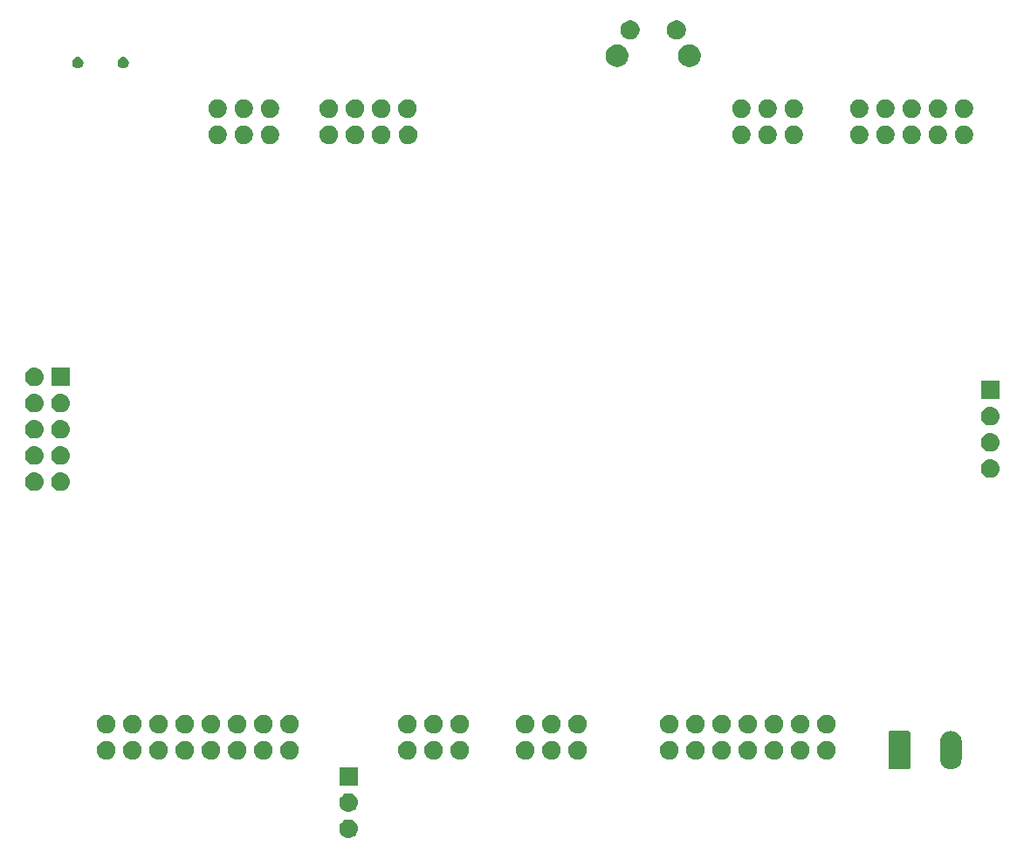
<source format=gbr>
G04 #@! TF.GenerationSoftware,KiCad,Pcbnew,(5.1.4)-1*
G04 #@! TF.CreationDate,2020-07-10T21:55:45+02:00*
G04 #@! TF.ProjectId,SBIO3,5342494f-332e-46b6-9963-61645f706362,rev?*
G04 #@! TF.SameCoordinates,Original*
G04 #@! TF.FileFunction,Soldermask,Bot*
G04 #@! TF.FilePolarity,Negative*
%FSLAX46Y46*%
G04 Gerber Fmt 4.6, Leading zero omitted, Abs format (unit mm)*
G04 Created by KiCad (PCBNEW (5.1.4)-1) date 2020-07-10 21:55:45*
%MOMM*%
%LPD*%
G04 APERTURE LIST*
%ADD10C,0.100000*%
G04 APERTURE END LIST*
D10*
G36*
X108060442Y-127375518D02*
G01*
X108126627Y-127382037D01*
X108296466Y-127433557D01*
X108452991Y-127517222D01*
X108488729Y-127546552D01*
X108590186Y-127629814D01*
X108673448Y-127731271D01*
X108702778Y-127767009D01*
X108786443Y-127923534D01*
X108837963Y-128093373D01*
X108855359Y-128270000D01*
X108837963Y-128446627D01*
X108786443Y-128616466D01*
X108702778Y-128772991D01*
X108673448Y-128808729D01*
X108590186Y-128910186D01*
X108488729Y-128993448D01*
X108452991Y-129022778D01*
X108296466Y-129106443D01*
X108126627Y-129157963D01*
X108060442Y-129164482D01*
X107994260Y-129171000D01*
X107905740Y-129171000D01*
X107839558Y-129164482D01*
X107773373Y-129157963D01*
X107603534Y-129106443D01*
X107447009Y-129022778D01*
X107411271Y-128993448D01*
X107309814Y-128910186D01*
X107226552Y-128808729D01*
X107197222Y-128772991D01*
X107113557Y-128616466D01*
X107062037Y-128446627D01*
X107044641Y-128270000D01*
X107062037Y-128093373D01*
X107113557Y-127923534D01*
X107197222Y-127767009D01*
X107226552Y-127731271D01*
X107309814Y-127629814D01*
X107411271Y-127546552D01*
X107447009Y-127517222D01*
X107603534Y-127433557D01*
X107773373Y-127382037D01*
X107839558Y-127375518D01*
X107905740Y-127369000D01*
X107994260Y-127369000D01*
X108060442Y-127375518D01*
X108060442Y-127375518D01*
G37*
G36*
X108060443Y-124835519D02*
G01*
X108126627Y-124842037D01*
X108296466Y-124893557D01*
X108452991Y-124977222D01*
X108488729Y-125006552D01*
X108590186Y-125089814D01*
X108673448Y-125191271D01*
X108702778Y-125227009D01*
X108786443Y-125383534D01*
X108837963Y-125553373D01*
X108855359Y-125730000D01*
X108837963Y-125906627D01*
X108786443Y-126076466D01*
X108702778Y-126232991D01*
X108673448Y-126268729D01*
X108590186Y-126370186D01*
X108488729Y-126453448D01*
X108452991Y-126482778D01*
X108296466Y-126566443D01*
X108126627Y-126617963D01*
X108060442Y-126624482D01*
X107994260Y-126631000D01*
X107905740Y-126631000D01*
X107839558Y-126624482D01*
X107773373Y-126617963D01*
X107603534Y-126566443D01*
X107447009Y-126482778D01*
X107411271Y-126453448D01*
X107309814Y-126370186D01*
X107226552Y-126268729D01*
X107197222Y-126232991D01*
X107113557Y-126076466D01*
X107062037Y-125906627D01*
X107044641Y-125730000D01*
X107062037Y-125553373D01*
X107113557Y-125383534D01*
X107197222Y-125227009D01*
X107226552Y-125191271D01*
X107309814Y-125089814D01*
X107411271Y-125006552D01*
X107447009Y-124977222D01*
X107603534Y-124893557D01*
X107773373Y-124842037D01*
X107839557Y-124835519D01*
X107905740Y-124829000D01*
X107994260Y-124829000D01*
X108060443Y-124835519D01*
X108060443Y-124835519D01*
G37*
G36*
X108851000Y-124091000D02*
G01*
X107049000Y-124091000D01*
X107049000Y-122289000D01*
X108851000Y-122289000D01*
X108851000Y-124091000D01*
X108851000Y-124091000D01*
G37*
G36*
X166576031Y-118814207D02*
G01*
X166774145Y-118874305D01*
X166774148Y-118874306D01*
X166828872Y-118903557D01*
X166956729Y-118971897D01*
X167116765Y-119103235D01*
X167248103Y-119263271D01*
X167248104Y-119263273D01*
X167345694Y-119445851D01*
X167345694Y-119445852D01*
X167345695Y-119445854D01*
X167405793Y-119643968D01*
X167421000Y-119798370D01*
X167421000Y-121501630D01*
X167405793Y-121656032D01*
X167345695Y-121854146D01*
X167345694Y-121854149D01*
X167293939Y-121950975D01*
X167248103Y-122036729D01*
X167116765Y-122196765D01*
X166956729Y-122328103D01*
X166887976Y-122364852D01*
X166774149Y-122425694D01*
X166774146Y-122425695D01*
X166576032Y-122485793D01*
X166370000Y-122506085D01*
X166163969Y-122485793D01*
X165965855Y-122425695D01*
X165965852Y-122425694D01*
X165852025Y-122364852D01*
X165783272Y-122328103D01*
X165623236Y-122196765D01*
X165491898Y-122036729D01*
X165457904Y-121973130D01*
X165394305Y-121854146D01*
X165334207Y-121656033D01*
X165319000Y-121501631D01*
X165319000Y-119798370D01*
X165334207Y-119643971D01*
X165334207Y-119643969D01*
X165394305Y-119445855D01*
X165394306Y-119445852D01*
X165429521Y-119379970D01*
X165491897Y-119263271D01*
X165623235Y-119103235D01*
X165783271Y-118971897D01*
X165888270Y-118915774D01*
X165965851Y-118874306D01*
X165965854Y-118874305D01*
X166163968Y-118814207D01*
X166370000Y-118793915D01*
X166576031Y-118814207D01*
X166576031Y-118814207D01*
G37*
G36*
X162284852Y-118802840D02*
G01*
X162316443Y-118812423D01*
X162345557Y-118827985D01*
X162371074Y-118848926D01*
X162392015Y-118874443D01*
X162407577Y-118903557D01*
X162417160Y-118935148D01*
X162421000Y-118974140D01*
X162421000Y-122325860D01*
X162417160Y-122364852D01*
X162407577Y-122396443D01*
X162392015Y-122425557D01*
X162371074Y-122451074D01*
X162345557Y-122472015D01*
X162316443Y-122487577D01*
X162284852Y-122497160D01*
X162245860Y-122501000D01*
X160494140Y-122501000D01*
X160455148Y-122497160D01*
X160423557Y-122487577D01*
X160394443Y-122472015D01*
X160368926Y-122451074D01*
X160347985Y-122425557D01*
X160332423Y-122396443D01*
X160322840Y-122364852D01*
X160319000Y-122325860D01*
X160319000Y-118974140D01*
X160322840Y-118935148D01*
X160332423Y-118903557D01*
X160347985Y-118874443D01*
X160368926Y-118848926D01*
X160394443Y-118827985D01*
X160423557Y-118812423D01*
X160455148Y-118802840D01*
X160494140Y-118799000D01*
X162245860Y-118799000D01*
X162284852Y-118802840D01*
X162284852Y-118802840D01*
G37*
G36*
X151878512Y-119753927D02*
G01*
X152027812Y-119783624D01*
X152191784Y-119851544D01*
X152339354Y-119950147D01*
X152464853Y-120075646D01*
X152563456Y-120223216D01*
X152631376Y-120387188D01*
X152666000Y-120561259D01*
X152666000Y-120738741D01*
X152631376Y-120912812D01*
X152563456Y-121076784D01*
X152464853Y-121224354D01*
X152339354Y-121349853D01*
X152191784Y-121448456D01*
X152027812Y-121516376D01*
X151878512Y-121546073D01*
X151853742Y-121551000D01*
X151676258Y-121551000D01*
X151651488Y-121546073D01*
X151502188Y-121516376D01*
X151338216Y-121448456D01*
X151190646Y-121349853D01*
X151065147Y-121224354D01*
X150966544Y-121076784D01*
X150898624Y-120912812D01*
X150864000Y-120738741D01*
X150864000Y-120561259D01*
X150898624Y-120387188D01*
X150966544Y-120223216D01*
X151065147Y-120075646D01*
X151190646Y-119950147D01*
X151338216Y-119851544D01*
X151502188Y-119783624D01*
X151651488Y-119753927D01*
X151676258Y-119749000D01*
X151853742Y-119749000D01*
X151878512Y-119753927D01*
X151878512Y-119753927D01*
G37*
G36*
X149338512Y-119753927D02*
G01*
X149487812Y-119783624D01*
X149651784Y-119851544D01*
X149799354Y-119950147D01*
X149924853Y-120075646D01*
X150023456Y-120223216D01*
X150091376Y-120387188D01*
X150126000Y-120561259D01*
X150126000Y-120738741D01*
X150091376Y-120912812D01*
X150023456Y-121076784D01*
X149924853Y-121224354D01*
X149799354Y-121349853D01*
X149651784Y-121448456D01*
X149487812Y-121516376D01*
X149338512Y-121546073D01*
X149313742Y-121551000D01*
X149136258Y-121551000D01*
X149111488Y-121546073D01*
X148962188Y-121516376D01*
X148798216Y-121448456D01*
X148650646Y-121349853D01*
X148525147Y-121224354D01*
X148426544Y-121076784D01*
X148358624Y-120912812D01*
X148324000Y-120738741D01*
X148324000Y-120561259D01*
X148358624Y-120387188D01*
X148426544Y-120223216D01*
X148525147Y-120075646D01*
X148650646Y-119950147D01*
X148798216Y-119851544D01*
X148962188Y-119783624D01*
X149111488Y-119753927D01*
X149136258Y-119749000D01*
X149313742Y-119749000D01*
X149338512Y-119753927D01*
X149338512Y-119753927D01*
G37*
G36*
X146798512Y-119753927D02*
G01*
X146947812Y-119783624D01*
X147111784Y-119851544D01*
X147259354Y-119950147D01*
X147384853Y-120075646D01*
X147483456Y-120223216D01*
X147551376Y-120387188D01*
X147586000Y-120561259D01*
X147586000Y-120738741D01*
X147551376Y-120912812D01*
X147483456Y-121076784D01*
X147384853Y-121224354D01*
X147259354Y-121349853D01*
X147111784Y-121448456D01*
X146947812Y-121516376D01*
X146798512Y-121546073D01*
X146773742Y-121551000D01*
X146596258Y-121551000D01*
X146571488Y-121546073D01*
X146422188Y-121516376D01*
X146258216Y-121448456D01*
X146110646Y-121349853D01*
X145985147Y-121224354D01*
X145886544Y-121076784D01*
X145818624Y-120912812D01*
X145784000Y-120738741D01*
X145784000Y-120561259D01*
X145818624Y-120387188D01*
X145886544Y-120223216D01*
X145985147Y-120075646D01*
X146110646Y-119950147D01*
X146258216Y-119851544D01*
X146422188Y-119783624D01*
X146571488Y-119753927D01*
X146596258Y-119749000D01*
X146773742Y-119749000D01*
X146798512Y-119753927D01*
X146798512Y-119753927D01*
G37*
G36*
X144258512Y-119753927D02*
G01*
X144407812Y-119783624D01*
X144571784Y-119851544D01*
X144719354Y-119950147D01*
X144844853Y-120075646D01*
X144943456Y-120223216D01*
X145011376Y-120387188D01*
X145046000Y-120561259D01*
X145046000Y-120738741D01*
X145011376Y-120912812D01*
X144943456Y-121076784D01*
X144844853Y-121224354D01*
X144719354Y-121349853D01*
X144571784Y-121448456D01*
X144407812Y-121516376D01*
X144258512Y-121546073D01*
X144233742Y-121551000D01*
X144056258Y-121551000D01*
X144031488Y-121546073D01*
X143882188Y-121516376D01*
X143718216Y-121448456D01*
X143570646Y-121349853D01*
X143445147Y-121224354D01*
X143346544Y-121076784D01*
X143278624Y-120912812D01*
X143244000Y-120738741D01*
X143244000Y-120561259D01*
X143278624Y-120387188D01*
X143346544Y-120223216D01*
X143445147Y-120075646D01*
X143570646Y-119950147D01*
X143718216Y-119851544D01*
X143882188Y-119783624D01*
X144031488Y-119753927D01*
X144056258Y-119749000D01*
X144233742Y-119749000D01*
X144258512Y-119753927D01*
X144258512Y-119753927D01*
G37*
G36*
X141718512Y-119753927D02*
G01*
X141867812Y-119783624D01*
X142031784Y-119851544D01*
X142179354Y-119950147D01*
X142304853Y-120075646D01*
X142403456Y-120223216D01*
X142471376Y-120387188D01*
X142506000Y-120561259D01*
X142506000Y-120738741D01*
X142471376Y-120912812D01*
X142403456Y-121076784D01*
X142304853Y-121224354D01*
X142179354Y-121349853D01*
X142031784Y-121448456D01*
X141867812Y-121516376D01*
X141718512Y-121546073D01*
X141693742Y-121551000D01*
X141516258Y-121551000D01*
X141491488Y-121546073D01*
X141342188Y-121516376D01*
X141178216Y-121448456D01*
X141030646Y-121349853D01*
X140905147Y-121224354D01*
X140806544Y-121076784D01*
X140738624Y-120912812D01*
X140704000Y-120738741D01*
X140704000Y-120561259D01*
X140738624Y-120387188D01*
X140806544Y-120223216D01*
X140905147Y-120075646D01*
X141030646Y-119950147D01*
X141178216Y-119851544D01*
X141342188Y-119783624D01*
X141491488Y-119753927D01*
X141516258Y-119749000D01*
X141693742Y-119749000D01*
X141718512Y-119753927D01*
X141718512Y-119753927D01*
G37*
G36*
X139178512Y-119753927D02*
G01*
X139327812Y-119783624D01*
X139491784Y-119851544D01*
X139639354Y-119950147D01*
X139764853Y-120075646D01*
X139863456Y-120223216D01*
X139931376Y-120387188D01*
X139966000Y-120561259D01*
X139966000Y-120738741D01*
X139931376Y-120912812D01*
X139863456Y-121076784D01*
X139764853Y-121224354D01*
X139639354Y-121349853D01*
X139491784Y-121448456D01*
X139327812Y-121516376D01*
X139178512Y-121546073D01*
X139153742Y-121551000D01*
X138976258Y-121551000D01*
X138951488Y-121546073D01*
X138802188Y-121516376D01*
X138638216Y-121448456D01*
X138490646Y-121349853D01*
X138365147Y-121224354D01*
X138266544Y-121076784D01*
X138198624Y-120912812D01*
X138164000Y-120738741D01*
X138164000Y-120561259D01*
X138198624Y-120387188D01*
X138266544Y-120223216D01*
X138365147Y-120075646D01*
X138490646Y-119950147D01*
X138638216Y-119851544D01*
X138802188Y-119783624D01*
X138951488Y-119753927D01*
X138976258Y-119749000D01*
X139153742Y-119749000D01*
X139178512Y-119753927D01*
X139178512Y-119753927D01*
G37*
G36*
X113778512Y-119753927D02*
G01*
X113927812Y-119783624D01*
X114091784Y-119851544D01*
X114239354Y-119950147D01*
X114364853Y-120075646D01*
X114463456Y-120223216D01*
X114531376Y-120387188D01*
X114566000Y-120561259D01*
X114566000Y-120738741D01*
X114531376Y-120912812D01*
X114463456Y-121076784D01*
X114364853Y-121224354D01*
X114239354Y-121349853D01*
X114091784Y-121448456D01*
X113927812Y-121516376D01*
X113778512Y-121546073D01*
X113753742Y-121551000D01*
X113576258Y-121551000D01*
X113551488Y-121546073D01*
X113402188Y-121516376D01*
X113238216Y-121448456D01*
X113090646Y-121349853D01*
X112965147Y-121224354D01*
X112866544Y-121076784D01*
X112798624Y-120912812D01*
X112764000Y-120738741D01*
X112764000Y-120561259D01*
X112798624Y-120387188D01*
X112866544Y-120223216D01*
X112965147Y-120075646D01*
X113090646Y-119950147D01*
X113238216Y-119851544D01*
X113402188Y-119783624D01*
X113551488Y-119753927D01*
X113576258Y-119749000D01*
X113753742Y-119749000D01*
X113778512Y-119753927D01*
X113778512Y-119753927D01*
G37*
G36*
X116318512Y-119753927D02*
G01*
X116467812Y-119783624D01*
X116631784Y-119851544D01*
X116779354Y-119950147D01*
X116904853Y-120075646D01*
X117003456Y-120223216D01*
X117071376Y-120387188D01*
X117106000Y-120561259D01*
X117106000Y-120738741D01*
X117071376Y-120912812D01*
X117003456Y-121076784D01*
X116904853Y-121224354D01*
X116779354Y-121349853D01*
X116631784Y-121448456D01*
X116467812Y-121516376D01*
X116318512Y-121546073D01*
X116293742Y-121551000D01*
X116116258Y-121551000D01*
X116091488Y-121546073D01*
X115942188Y-121516376D01*
X115778216Y-121448456D01*
X115630646Y-121349853D01*
X115505147Y-121224354D01*
X115406544Y-121076784D01*
X115338624Y-120912812D01*
X115304000Y-120738741D01*
X115304000Y-120561259D01*
X115338624Y-120387188D01*
X115406544Y-120223216D01*
X115505147Y-120075646D01*
X115630646Y-119950147D01*
X115778216Y-119851544D01*
X115942188Y-119783624D01*
X116091488Y-119753927D01*
X116116258Y-119749000D01*
X116293742Y-119749000D01*
X116318512Y-119753927D01*
X116318512Y-119753927D01*
G37*
G36*
X118858512Y-119753927D02*
G01*
X119007812Y-119783624D01*
X119171784Y-119851544D01*
X119319354Y-119950147D01*
X119444853Y-120075646D01*
X119543456Y-120223216D01*
X119611376Y-120387188D01*
X119646000Y-120561259D01*
X119646000Y-120738741D01*
X119611376Y-120912812D01*
X119543456Y-121076784D01*
X119444853Y-121224354D01*
X119319354Y-121349853D01*
X119171784Y-121448456D01*
X119007812Y-121516376D01*
X118858512Y-121546073D01*
X118833742Y-121551000D01*
X118656258Y-121551000D01*
X118631488Y-121546073D01*
X118482188Y-121516376D01*
X118318216Y-121448456D01*
X118170646Y-121349853D01*
X118045147Y-121224354D01*
X117946544Y-121076784D01*
X117878624Y-120912812D01*
X117844000Y-120738741D01*
X117844000Y-120561259D01*
X117878624Y-120387188D01*
X117946544Y-120223216D01*
X118045147Y-120075646D01*
X118170646Y-119950147D01*
X118318216Y-119851544D01*
X118482188Y-119783624D01*
X118631488Y-119753927D01*
X118656258Y-119749000D01*
X118833742Y-119749000D01*
X118858512Y-119753927D01*
X118858512Y-119753927D01*
G37*
G36*
X125208512Y-119753927D02*
G01*
X125357812Y-119783624D01*
X125521784Y-119851544D01*
X125669354Y-119950147D01*
X125794853Y-120075646D01*
X125893456Y-120223216D01*
X125961376Y-120387188D01*
X125996000Y-120561259D01*
X125996000Y-120738741D01*
X125961376Y-120912812D01*
X125893456Y-121076784D01*
X125794853Y-121224354D01*
X125669354Y-121349853D01*
X125521784Y-121448456D01*
X125357812Y-121516376D01*
X125208512Y-121546073D01*
X125183742Y-121551000D01*
X125006258Y-121551000D01*
X124981488Y-121546073D01*
X124832188Y-121516376D01*
X124668216Y-121448456D01*
X124520646Y-121349853D01*
X124395147Y-121224354D01*
X124296544Y-121076784D01*
X124228624Y-120912812D01*
X124194000Y-120738741D01*
X124194000Y-120561259D01*
X124228624Y-120387188D01*
X124296544Y-120223216D01*
X124395147Y-120075646D01*
X124520646Y-119950147D01*
X124668216Y-119851544D01*
X124832188Y-119783624D01*
X124981488Y-119753927D01*
X125006258Y-119749000D01*
X125183742Y-119749000D01*
X125208512Y-119753927D01*
X125208512Y-119753927D01*
G37*
G36*
X130288512Y-119753927D02*
G01*
X130437812Y-119783624D01*
X130601784Y-119851544D01*
X130749354Y-119950147D01*
X130874853Y-120075646D01*
X130973456Y-120223216D01*
X131041376Y-120387188D01*
X131076000Y-120561259D01*
X131076000Y-120738741D01*
X131041376Y-120912812D01*
X130973456Y-121076784D01*
X130874853Y-121224354D01*
X130749354Y-121349853D01*
X130601784Y-121448456D01*
X130437812Y-121516376D01*
X130288512Y-121546073D01*
X130263742Y-121551000D01*
X130086258Y-121551000D01*
X130061488Y-121546073D01*
X129912188Y-121516376D01*
X129748216Y-121448456D01*
X129600646Y-121349853D01*
X129475147Y-121224354D01*
X129376544Y-121076784D01*
X129308624Y-120912812D01*
X129274000Y-120738741D01*
X129274000Y-120561259D01*
X129308624Y-120387188D01*
X129376544Y-120223216D01*
X129475147Y-120075646D01*
X129600646Y-119950147D01*
X129748216Y-119851544D01*
X129912188Y-119783624D01*
X130061488Y-119753927D01*
X130086258Y-119749000D01*
X130263742Y-119749000D01*
X130288512Y-119753927D01*
X130288512Y-119753927D01*
G37*
G36*
X154418512Y-119753927D02*
G01*
X154567812Y-119783624D01*
X154731784Y-119851544D01*
X154879354Y-119950147D01*
X155004853Y-120075646D01*
X155103456Y-120223216D01*
X155171376Y-120387188D01*
X155206000Y-120561259D01*
X155206000Y-120738741D01*
X155171376Y-120912812D01*
X155103456Y-121076784D01*
X155004853Y-121224354D01*
X154879354Y-121349853D01*
X154731784Y-121448456D01*
X154567812Y-121516376D01*
X154418512Y-121546073D01*
X154393742Y-121551000D01*
X154216258Y-121551000D01*
X154191488Y-121546073D01*
X154042188Y-121516376D01*
X153878216Y-121448456D01*
X153730646Y-121349853D01*
X153605147Y-121224354D01*
X153506544Y-121076784D01*
X153438624Y-120912812D01*
X153404000Y-120738741D01*
X153404000Y-120561259D01*
X153438624Y-120387188D01*
X153506544Y-120223216D01*
X153605147Y-120075646D01*
X153730646Y-119950147D01*
X153878216Y-119851544D01*
X154042188Y-119783624D01*
X154191488Y-119753927D01*
X154216258Y-119749000D01*
X154393742Y-119749000D01*
X154418512Y-119753927D01*
X154418512Y-119753927D01*
G37*
G36*
X127748512Y-119753927D02*
G01*
X127897812Y-119783624D01*
X128061784Y-119851544D01*
X128209354Y-119950147D01*
X128334853Y-120075646D01*
X128433456Y-120223216D01*
X128501376Y-120387188D01*
X128536000Y-120561259D01*
X128536000Y-120738741D01*
X128501376Y-120912812D01*
X128433456Y-121076784D01*
X128334853Y-121224354D01*
X128209354Y-121349853D01*
X128061784Y-121448456D01*
X127897812Y-121516376D01*
X127748512Y-121546073D01*
X127723742Y-121551000D01*
X127546258Y-121551000D01*
X127521488Y-121546073D01*
X127372188Y-121516376D01*
X127208216Y-121448456D01*
X127060646Y-121349853D01*
X126935147Y-121224354D01*
X126836544Y-121076784D01*
X126768624Y-120912812D01*
X126734000Y-120738741D01*
X126734000Y-120561259D01*
X126768624Y-120387188D01*
X126836544Y-120223216D01*
X126935147Y-120075646D01*
X127060646Y-119950147D01*
X127208216Y-119851544D01*
X127372188Y-119783624D01*
X127521488Y-119753927D01*
X127546258Y-119749000D01*
X127723742Y-119749000D01*
X127748512Y-119753927D01*
X127748512Y-119753927D01*
G37*
G36*
X102348512Y-119753927D02*
G01*
X102497812Y-119783624D01*
X102661784Y-119851544D01*
X102809354Y-119950147D01*
X102934853Y-120075646D01*
X103033456Y-120223216D01*
X103101376Y-120387188D01*
X103136000Y-120561259D01*
X103136000Y-120738741D01*
X103101376Y-120912812D01*
X103033456Y-121076784D01*
X102934853Y-121224354D01*
X102809354Y-121349853D01*
X102661784Y-121448456D01*
X102497812Y-121516376D01*
X102348512Y-121546073D01*
X102323742Y-121551000D01*
X102146258Y-121551000D01*
X102121488Y-121546073D01*
X101972188Y-121516376D01*
X101808216Y-121448456D01*
X101660646Y-121349853D01*
X101535147Y-121224354D01*
X101436544Y-121076784D01*
X101368624Y-120912812D01*
X101334000Y-120738741D01*
X101334000Y-120561259D01*
X101368624Y-120387188D01*
X101436544Y-120223216D01*
X101535147Y-120075646D01*
X101660646Y-119950147D01*
X101808216Y-119851544D01*
X101972188Y-119783624D01*
X102121488Y-119753927D01*
X102146258Y-119749000D01*
X102323742Y-119749000D01*
X102348512Y-119753927D01*
X102348512Y-119753927D01*
G37*
G36*
X84568512Y-119753927D02*
G01*
X84717812Y-119783624D01*
X84881784Y-119851544D01*
X85029354Y-119950147D01*
X85154853Y-120075646D01*
X85253456Y-120223216D01*
X85321376Y-120387188D01*
X85356000Y-120561259D01*
X85356000Y-120738741D01*
X85321376Y-120912812D01*
X85253456Y-121076784D01*
X85154853Y-121224354D01*
X85029354Y-121349853D01*
X84881784Y-121448456D01*
X84717812Y-121516376D01*
X84568512Y-121546073D01*
X84543742Y-121551000D01*
X84366258Y-121551000D01*
X84341488Y-121546073D01*
X84192188Y-121516376D01*
X84028216Y-121448456D01*
X83880646Y-121349853D01*
X83755147Y-121224354D01*
X83656544Y-121076784D01*
X83588624Y-120912812D01*
X83554000Y-120738741D01*
X83554000Y-120561259D01*
X83588624Y-120387188D01*
X83656544Y-120223216D01*
X83755147Y-120075646D01*
X83880646Y-119950147D01*
X84028216Y-119851544D01*
X84192188Y-119783624D01*
X84341488Y-119753927D01*
X84366258Y-119749000D01*
X84543742Y-119749000D01*
X84568512Y-119753927D01*
X84568512Y-119753927D01*
G37*
G36*
X87108512Y-119753927D02*
G01*
X87257812Y-119783624D01*
X87421784Y-119851544D01*
X87569354Y-119950147D01*
X87694853Y-120075646D01*
X87793456Y-120223216D01*
X87861376Y-120387188D01*
X87896000Y-120561259D01*
X87896000Y-120738741D01*
X87861376Y-120912812D01*
X87793456Y-121076784D01*
X87694853Y-121224354D01*
X87569354Y-121349853D01*
X87421784Y-121448456D01*
X87257812Y-121516376D01*
X87108512Y-121546073D01*
X87083742Y-121551000D01*
X86906258Y-121551000D01*
X86881488Y-121546073D01*
X86732188Y-121516376D01*
X86568216Y-121448456D01*
X86420646Y-121349853D01*
X86295147Y-121224354D01*
X86196544Y-121076784D01*
X86128624Y-120912812D01*
X86094000Y-120738741D01*
X86094000Y-120561259D01*
X86128624Y-120387188D01*
X86196544Y-120223216D01*
X86295147Y-120075646D01*
X86420646Y-119950147D01*
X86568216Y-119851544D01*
X86732188Y-119783624D01*
X86881488Y-119753927D01*
X86906258Y-119749000D01*
X87083742Y-119749000D01*
X87108512Y-119753927D01*
X87108512Y-119753927D01*
G37*
G36*
X89648512Y-119753927D02*
G01*
X89797812Y-119783624D01*
X89961784Y-119851544D01*
X90109354Y-119950147D01*
X90234853Y-120075646D01*
X90333456Y-120223216D01*
X90401376Y-120387188D01*
X90436000Y-120561259D01*
X90436000Y-120738741D01*
X90401376Y-120912812D01*
X90333456Y-121076784D01*
X90234853Y-121224354D01*
X90109354Y-121349853D01*
X89961784Y-121448456D01*
X89797812Y-121516376D01*
X89648512Y-121546073D01*
X89623742Y-121551000D01*
X89446258Y-121551000D01*
X89421488Y-121546073D01*
X89272188Y-121516376D01*
X89108216Y-121448456D01*
X88960646Y-121349853D01*
X88835147Y-121224354D01*
X88736544Y-121076784D01*
X88668624Y-120912812D01*
X88634000Y-120738741D01*
X88634000Y-120561259D01*
X88668624Y-120387188D01*
X88736544Y-120223216D01*
X88835147Y-120075646D01*
X88960646Y-119950147D01*
X89108216Y-119851544D01*
X89272188Y-119783624D01*
X89421488Y-119753927D01*
X89446258Y-119749000D01*
X89623742Y-119749000D01*
X89648512Y-119753927D01*
X89648512Y-119753927D01*
G37*
G36*
X92188512Y-119753927D02*
G01*
X92337812Y-119783624D01*
X92501784Y-119851544D01*
X92649354Y-119950147D01*
X92774853Y-120075646D01*
X92873456Y-120223216D01*
X92941376Y-120387188D01*
X92976000Y-120561259D01*
X92976000Y-120738741D01*
X92941376Y-120912812D01*
X92873456Y-121076784D01*
X92774853Y-121224354D01*
X92649354Y-121349853D01*
X92501784Y-121448456D01*
X92337812Y-121516376D01*
X92188512Y-121546073D01*
X92163742Y-121551000D01*
X91986258Y-121551000D01*
X91961488Y-121546073D01*
X91812188Y-121516376D01*
X91648216Y-121448456D01*
X91500646Y-121349853D01*
X91375147Y-121224354D01*
X91276544Y-121076784D01*
X91208624Y-120912812D01*
X91174000Y-120738741D01*
X91174000Y-120561259D01*
X91208624Y-120387188D01*
X91276544Y-120223216D01*
X91375147Y-120075646D01*
X91500646Y-119950147D01*
X91648216Y-119851544D01*
X91812188Y-119783624D01*
X91961488Y-119753927D01*
X91986258Y-119749000D01*
X92163742Y-119749000D01*
X92188512Y-119753927D01*
X92188512Y-119753927D01*
G37*
G36*
X94728512Y-119753927D02*
G01*
X94877812Y-119783624D01*
X95041784Y-119851544D01*
X95189354Y-119950147D01*
X95314853Y-120075646D01*
X95413456Y-120223216D01*
X95481376Y-120387188D01*
X95516000Y-120561259D01*
X95516000Y-120738741D01*
X95481376Y-120912812D01*
X95413456Y-121076784D01*
X95314853Y-121224354D01*
X95189354Y-121349853D01*
X95041784Y-121448456D01*
X94877812Y-121516376D01*
X94728512Y-121546073D01*
X94703742Y-121551000D01*
X94526258Y-121551000D01*
X94501488Y-121546073D01*
X94352188Y-121516376D01*
X94188216Y-121448456D01*
X94040646Y-121349853D01*
X93915147Y-121224354D01*
X93816544Y-121076784D01*
X93748624Y-120912812D01*
X93714000Y-120738741D01*
X93714000Y-120561259D01*
X93748624Y-120387188D01*
X93816544Y-120223216D01*
X93915147Y-120075646D01*
X94040646Y-119950147D01*
X94188216Y-119851544D01*
X94352188Y-119783624D01*
X94501488Y-119753927D01*
X94526258Y-119749000D01*
X94703742Y-119749000D01*
X94728512Y-119753927D01*
X94728512Y-119753927D01*
G37*
G36*
X97268512Y-119753927D02*
G01*
X97417812Y-119783624D01*
X97581784Y-119851544D01*
X97729354Y-119950147D01*
X97854853Y-120075646D01*
X97953456Y-120223216D01*
X98021376Y-120387188D01*
X98056000Y-120561259D01*
X98056000Y-120738741D01*
X98021376Y-120912812D01*
X97953456Y-121076784D01*
X97854853Y-121224354D01*
X97729354Y-121349853D01*
X97581784Y-121448456D01*
X97417812Y-121516376D01*
X97268512Y-121546073D01*
X97243742Y-121551000D01*
X97066258Y-121551000D01*
X97041488Y-121546073D01*
X96892188Y-121516376D01*
X96728216Y-121448456D01*
X96580646Y-121349853D01*
X96455147Y-121224354D01*
X96356544Y-121076784D01*
X96288624Y-120912812D01*
X96254000Y-120738741D01*
X96254000Y-120561259D01*
X96288624Y-120387188D01*
X96356544Y-120223216D01*
X96455147Y-120075646D01*
X96580646Y-119950147D01*
X96728216Y-119851544D01*
X96892188Y-119783624D01*
X97041488Y-119753927D01*
X97066258Y-119749000D01*
X97243742Y-119749000D01*
X97268512Y-119753927D01*
X97268512Y-119753927D01*
G37*
G36*
X99808512Y-119753927D02*
G01*
X99957812Y-119783624D01*
X100121784Y-119851544D01*
X100269354Y-119950147D01*
X100394853Y-120075646D01*
X100493456Y-120223216D01*
X100561376Y-120387188D01*
X100596000Y-120561259D01*
X100596000Y-120738741D01*
X100561376Y-120912812D01*
X100493456Y-121076784D01*
X100394853Y-121224354D01*
X100269354Y-121349853D01*
X100121784Y-121448456D01*
X99957812Y-121516376D01*
X99808512Y-121546073D01*
X99783742Y-121551000D01*
X99606258Y-121551000D01*
X99581488Y-121546073D01*
X99432188Y-121516376D01*
X99268216Y-121448456D01*
X99120646Y-121349853D01*
X98995147Y-121224354D01*
X98896544Y-121076784D01*
X98828624Y-120912812D01*
X98794000Y-120738741D01*
X98794000Y-120561259D01*
X98828624Y-120387188D01*
X98896544Y-120223216D01*
X98995147Y-120075646D01*
X99120646Y-119950147D01*
X99268216Y-119851544D01*
X99432188Y-119783624D01*
X99581488Y-119753927D01*
X99606258Y-119749000D01*
X99783742Y-119749000D01*
X99808512Y-119753927D01*
X99808512Y-119753927D01*
G37*
G36*
X146798512Y-117213927D02*
G01*
X146947812Y-117243624D01*
X147111784Y-117311544D01*
X147259354Y-117410147D01*
X147384853Y-117535646D01*
X147483456Y-117683216D01*
X147551376Y-117847188D01*
X147586000Y-118021259D01*
X147586000Y-118198741D01*
X147551376Y-118372812D01*
X147483456Y-118536784D01*
X147384853Y-118684354D01*
X147259354Y-118809853D01*
X147111784Y-118908456D01*
X146947812Y-118976376D01*
X146798512Y-119006073D01*
X146773742Y-119011000D01*
X146596258Y-119011000D01*
X146571488Y-119006073D01*
X146422188Y-118976376D01*
X146258216Y-118908456D01*
X146110646Y-118809853D01*
X145985147Y-118684354D01*
X145886544Y-118536784D01*
X145818624Y-118372812D01*
X145784000Y-118198741D01*
X145784000Y-118021259D01*
X145818624Y-117847188D01*
X145886544Y-117683216D01*
X145985147Y-117535646D01*
X146110646Y-117410147D01*
X146258216Y-117311544D01*
X146422188Y-117243624D01*
X146571488Y-117213927D01*
X146596258Y-117209000D01*
X146773742Y-117209000D01*
X146798512Y-117213927D01*
X146798512Y-117213927D01*
G37*
G36*
X92188512Y-117213927D02*
G01*
X92337812Y-117243624D01*
X92501784Y-117311544D01*
X92649354Y-117410147D01*
X92774853Y-117535646D01*
X92873456Y-117683216D01*
X92941376Y-117847188D01*
X92976000Y-118021259D01*
X92976000Y-118198741D01*
X92941376Y-118372812D01*
X92873456Y-118536784D01*
X92774853Y-118684354D01*
X92649354Y-118809853D01*
X92501784Y-118908456D01*
X92337812Y-118976376D01*
X92188512Y-119006073D01*
X92163742Y-119011000D01*
X91986258Y-119011000D01*
X91961488Y-119006073D01*
X91812188Y-118976376D01*
X91648216Y-118908456D01*
X91500646Y-118809853D01*
X91375147Y-118684354D01*
X91276544Y-118536784D01*
X91208624Y-118372812D01*
X91174000Y-118198741D01*
X91174000Y-118021259D01*
X91208624Y-117847188D01*
X91276544Y-117683216D01*
X91375147Y-117535646D01*
X91500646Y-117410147D01*
X91648216Y-117311544D01*
X91812188Y-117243624D01*
X91961488Y-117213927D01*
X91986258Y-117209000D01*
X92163742Y-117209000D01*
X92188512Y-117213927D01*
X92188512Y-117213927D01*
G37*
G36*
X149338512Y-117213927D02*
G01*
X149487812Y-117243624D01*
X149651784Y-117311544D01*
X149799354Y-117410147D01*
X149924853Y-117535646D01*
X150023456Y-117683216D01*
X150091376Y-117847188D01*
X150126000Y-118021259D01*
X150126000Y-118198741D01*
X150091376Y-118372812D01*
X150023456Y-118536784D01*
X149924853Y-118684354D01*
X149799354Y-118809853D01*
X149651784Y-118908456D01*
X149487812Y-118976376D01*
X149338512Y-119006073D01*
X149313742Y-119011000D01*
X149136258Y-119011000D01*
X149111488Y-119006073D01*
X148962188Y-118976376D01*
X148798216Y-118908456D01*
X148650646Y-118809853D01*
X148525147Y-118684354D01*
X148426544Y-118536784D01*
X148358624Y-118372812D01*
X148324000Y-118198741D01*
X148324000Y-118021259D01*
X148358624Y-117847188D01*
X148426544Y-117683216D01*
X148525147Y-117535646D01*
X148650646Y-117410147D01*
X148798216Y-117311544D01*
X148962188Y-117243624D01*
X149111488Y-117213927D01*
X149136258Y-117209000D01*
X149313742Y-117209000D01*
X149338512Y-117213927D01*
X149338512Y-117213927D01*
G37*
G36*
X151878512Y-117213927D02*
G01*
X152027812Y-117243624D01*
X152191784Y-117311544D01*
X152339354Y-117410147D01*
X152464853Y-117535646D01*
X152563456Y-117683216D01*
X152631376Y-117847188D01*
X152666000Y-118021259D01*
X152666000Y-118198741D01*
X152631376Y-118372812D01*
X152563456Y-118536784D01*
X152464853Y-118684354D01*
X152339354Y-118809853D01*
X152191784Y-118908456D01*
X152027812Y-118976376D01*
X151878512Y-119006073D01*
X151853742Y-119011000D01*
X151676258Y-119011000D01*
X151651488Y-119006073D01*
X151502188Y-118976376D01*
X151338216Y-118908456D01*
X151190646Y-118809853D01*
X151065147Y-118684354D01*
X150966544Y-118536784D01*
X150898624Y-118372812D01*
X150864000Y-118198741D01*
X150864000Y-118021259D01*
X150898624Y-117847188D01*
X150966544Y-117683216D01*
X151065147Y-117535646D01*
X151190646Y-117410147D01*
X151338216Y-117311544D01*
X151502188Y-117243624D01*
X151651488Y-117213927D01*
X151676258Y-117209000D01*
X151853742Y-117209000D01*
X151878512Y-117213927D01*
X151878512Y-117213927D01*
G37*
G36*
X154418512Y-117213927D02*
G01*
X154567812Y-117243624D01*
X154731784Y-117311544D01*
X154879354Y-117410147D01*
X155004853Y-117535646D01*
X155103456Y-117683216D01*
X155171376Y-117847188D01*
X155206000Y-118021259D01*
X155206000Y-118198741D01*
X155171376Y-118372812D01*
X155103456Y-118536784D01*
X155004853Y-118684354D01*
X154879354Y-118809853D01*
X154731784Y-118908456D01*
X154567812Y-118976376D01*
X154418512Y-119006073D01*
X154393742Y-119011000D01*
X154216258Y-119011000D01*
X154191488Y-119006073D01*
X154042188Y-118976376D01*
X153878216Y-118908456D01*
X153730646Y-118809853D01*
X153605147Y-118684354D01*
X153506544Y-118536784D01*
X153438624Y-118372812D01*
X153404000Y-118198741D01*
X153404000Y-118021259D01*
X153438624Y-117847188D01*
X153506544Y-117683216D01*
X153605147Y-117535646D01*
X153730646Y-117410147D01*
X153878216Y-117311544D01*
X154042188Y-117243624D01*
X154191488Y-117213927D01*
X154216258Y-117209000D01*
X154393742Y-117209000D01*
X154418512Y-117213927D01*
X154418512Y-117213927D01*
G37*
G36*
X127748512Y-117213927D02*
G01*
X127897812Y-117243624D01*
X128061784Y-117311544D01*
X128209354Y-117410147D01*
X128334853Y-117535646D01*
X128433456Y-117683216D01*
X128501376Y-117847188D01*
X128536000Y-118021259D01*
X128536000Y-118198741D01*
X128501376Y-118372812D01*
X128433456Y-118536784D01*
X128334853Y-118684354D01*
X128209354Y-118809853D01*
X128061784Y-118908456D01*
X127897812Y-118976376D01*
X127748512Y-119006073D01*
X127723742Y-119011000D01*
X127546258Y-119011000D01*
X127521488Y-119006073D01*
X127372188Y-118976376D01*
X127208216Y-118908456D01*
X127060646Y-118809853D01*
X126935147Y-118684354D01*
X126836544Y-118536784D01*
X126768624Y-118372812D01*
X126734000Y-118198741D01*
X126734000Y-118021259D01*
X126768624Y-117847188D01*
X126836544Y-117683216D01*
X126935147Y-117535646D01*
X127060646Y-117410147D01*
X127208216Y-117311544D01*
X127372188Y-117243624D01*
X127521488Y-117213927D01*
X127546258Y-117209000D01*
X127723742Y-117209000D01*
X127748512Y-117213927D01*
X127748512Y-117213927D01*
G37*
G36*
X125208512Y-117213927D02*
G01*
X125357812Y-117243624D01*
X125521784Y-117311544D01*
X125669354Y-117410147D01*
X125794853Y-117535646D01*
X125893456Y-117683216D01*
X125961376Y-117847188D01*
X125996000Y-118021259D01*
X125996000Y-118198741D01*
X125961376Y-118372812D01*
X125893456Y-118536784D01*
X125794853Y-118684354D01*
X125669354Y-118809853D01*
X125521784Y-118908456D01*
X125357812Y-118976376D01*
X125208512Y-119006073D01*
X125183742Y-119011000D01*
X125006258Y-119011000D01*
X124981488Y-119006073D01*
X124832188Y-118976376D01*
X124668216Y-118908456D01*
X124520646Y-118809853D01*
X124395147Y-118684354D01*
X124296544Y-118536784D01*
X124228624Y-118372812D01*
X124194000Y-118198741D01*
X124194000Y-118021259D01*
X124228624Y-117847188D01*
X124296544Y-117683216D01*
X124395147Y-117535646D01*
X124520646Y-117410147D01*
X124668216Y-117311544D01*
X124832188Y-117243624D01*
X124981488Y-117213927D01*
X125006258Y-117209000D01*
X125183742Y-117209000D01*
X125208512Y-117213927D01*
X125208512Y-117213927D01*
G37*
G36*
X139178512Y-117213927D02*
G01*
X139327812Y-117243624D01*
X139491784Y-117311544D01*
X139639354Y-117410147D01*
X139764853Y-117535646D01*
X139863456Y-117683216D01*
X139931376Y-117847188D01*
X139966000Y-118021259D01*
X139966000Y-118198741D01*
X139931376Y-118372812D01*
X139863456Y-118536784D01*
X139764853Y-118684354D01*
X139639354Y-118809853D01*
X139491784Y-118908456D01*
X139327812Y-118976376D01*
X139178512Y-119006073D01*
X139153742Y-119011000D01*
X138976258Y-119011000D01*
X138951488Y-119006073D01*
X138802188Y-118976376D01*
X138638216Y-118908456D01*
X138490646Y-118809853D01*
X138365147Y-118684354D01*
X138266544Y-118536784D01*
X138198624Y-118372812D01*
X138164000Y-118198741D01*
X138164000Y-118021259D01*
X138198624Y-117847188D01*
X138266544Y-117683216D01*
X138365147Y-117535646D01*
X138490646Y-117410147D01*
X138638216Y-117311544D01*
X138802188Y-117243624D01*
X138951488Y-117213927D01*
X138976258Y-117209000D01*
X139153742Y-117209000D01*
X139178512Y-117213927D01*
X139178512Y-117213927D01*
G37*
G36*
X118858512Y-117213927D02*
G01*
X119007812Y-117243624D01*
X119171784Y-117311544D01*
X119319354Y-117410147D01*
X119444853Y-117535646D01*
X119543456Y-117683216D01*
X119611376Y-117847188D01*
X119646000Y-118021259D01*
X119646000Y-118198741D01*
X119611376Y-118372812D01*
X119543456Y-118536784D01*
X119444853Y-118684354D01*
X119319354Y-118809853D01*
X119171784Y-118908456D01*
X119007812Y-118976376D01*
X118858512Y-119006073D01*
X118833742Y-119011000D01*
X118656258Y-119011000D01*
X118631488Y-119006073D01*
X118482188Y-118976376D01*
X118318216Y-118908456D01*
X118170646Y-118809853D01*
X118045147Y-118684354D01*
X117946544Y-118536784D01*
X117878624Y-118372812D01*
X117844000Y-118198741D01*
X117844000Y-118021259D01*
X117878624Y-117847188D01*
X117946544Y-117683216D01*
X118045147Y-117535646D01*
X118170646Y-117410147D01*
X118318216Y-117311544D01*
X118482188Y-117243624D01*
X118631488Y-117213927D01*
X118656258Y-117209000D01*
X118833742Y-117209000D01*
X118858512Y-117213927D01*
X118858512Y-117213927D01*
G37*
G36*
X116318512Y-117213927D02*
G01*
X116467812Y-117243624D01*
X116631784Y-117311544D01*
X116779354Y-117410147D01*
X116904853Y-117535646D01*
X117003456Y-117683216D01*
X117071376Y-117847188D01*
X117106000Y-118021259D01*
X117106000Y-118198741D01*
X117071376Y-118372812D01*
X117003456Y-118536784D01*
X116904853Y-118684354D01*
X116779354Y-118809853D01*
X116631784Y-118908456D01*
X116467812Y-118976376D01*
X116318512Y-119006073D01*
X116293742Y-119011000D01*
X116116258Y-119011000D01*
X116091488Y-119006073D01*
X115942188Y-118976376D01*
X115778216Y-118908456D01*
X115630646Y-118809853D01*
X115505147Y-118684354D01*
X115406544Y-118536784D01*
X115338624Y-118372812D01*
X115304000Y-118198741D01*
X115304000Y-118021259D01*
X115338624Y-117847188D01*
X115406544Y-117683216D01*
X115505147Y-117535646D01*
X115630646Y-117410147D01*
X115778216Y-117311544D01*
X115942188Y-117243624D01*
X116091488Y-117213927D01*
X116116258Y-117209000D01*
X116293742Y-117209000D01*
X116318512Y-117213927D01*
X116318512Y-117213927D01*
G37*
G36*
X113778512Y-117213927D02*
G01*
X113927812Y-117243624D01*
X114091784Y-117311544D01*
X114239354Y-117410147D01*
X114364853Y-117535646D01*
X114463456Y-117683216D01*
X114531376Y-117847188D01*
X114566000Y-118021259D01*
X114566000Y-118198741D01*
X114531376Y-118372812D01*
X114463456Y-118536784D01*
X114364853Y-118684354D01*
X114239354Y-118809853D01*
X114091784Y-118908456D01*
X113927812Y-118976376D01*
X113778512Y-119006073D01*
X113753742Y-119011000D01*
X113576258Y-119011000D01*
X113551488Y-119006073D01*
X113402188Y-118976376D01*
X113238216Y-118908456D01*
X113090646Y-118809853D01*
X112965147Y-118684354D01*
X112866544Y-118536784D01*
X112798624Y-118372812D01*
X112764000Y-118198741D01*
X112764000Y-118021259D01*
X112798624Y-117847188D01*
X112866544Y-117683216D01*
X112965147Y-117535646D01*
X113090646Y-117410147D01*
X113238216Y-117311544D01*
X113402188Y-117243624D01*
X113551488Y-117213927D01*
X113576258Y-117209000D01*
X113753742Y-117209000D01*
X113778512Y-117213927D01*
X113778512Y-117213927D01*
G37*
G36*
X144258512Y-117213927D02*
G01*
X144407812Y-117243624D01*
X144571784Y-117311544D01*
X144719354Y-117410147D01*
X144844853Y-117535646D01*
X144943456Y-117683216D01*
X145011376Y-117847188D01*
X145046000Y-118021259D01*
X145046000Y-118198741D01*
X145011376Y-118372812D01*
X144943456Y-118536784D01*
X144844853Y-118684354D01*
X144719354Y-118809853D01*
X144571784Y-118908456D01*
X144407812Y-118976376D01*
X144258512Y-119006073D01*
X144233742Y-119011000D01*
X144056258Y-119011000D01*
X144031488Y-119006073D01*
X143882188Y-118976376D01*
X143718216Y-118908456D01*
X143570646Y-118809853D01*
X143445147Y-118684354D01*
X143346544Y-118536784D01*
X143278624Y-118372812D01*
X143244000Y-118198741D01*
X143244000Y-118021259D01*
X143278624Y-117847188D01*
X143346544Y-117683216D01*
X143445147Y-117535646D01*
X143570646Y-117410147D01*
X143718216Y-117311544D01*
X143882188Y-117243624D01*
X144031488Y-117213927D01*
X144056258Y-117209000D01*
X144233742Y-117209000D01*
X144258512Y-117213927D01*
X144258512Y-117213927D01*
G37*
G36*
X141718512Y-117213927D02*
G01*
X141867812Y-117243624D01*
X142031784Y-117311544D01*
X142179354Y-117410147D01*
X142304853Y-117535646D01*
X142403456Y-117683216D01*
X142471376Y-117847188D01*
X142506000Y-118021259D01*
X142506000Y-118198741D01*
X142471376Y-118372812D01*
X142403456Y-118536784D01*
X142304853Y-118684354D01*
X142179354Y-118809853D01*
X142031784Y-118908456D01*
X141867812Y-118976376D01*
X141718512Y-119006073D01*
X141693742Y-119011000D01*
X141516258Y-119011000D01*
X141491488Y-119006073D01*
X141342188Y-118976376D01*
X141178216Y-118908456D01*
X141030646Y-118809853D01*
X140905147Y-118684354D01*
X140806544Y-118536784D01*
X140738624Y-118372812D01*
X140704000Y-118198741D01*
X140704000Y-118021259D01*
X140738624Y-117847188D01*
X140806544Y-117683216D01*
X140905147Y-117535646D01*
X141030646Y-117410147D01*
X141178216Y-117311544D01*
X141342188Y-117243624D01*
X141491488Y-117213927D01*
X141516258Y-117209000D01*
X141693742Y-117209000D01*
X141718512Y-117213927D01*
X141718512Y-117213927D01*
G37*
G36*
X84568512Y-117213927D02*
G01*
X84717812Y-117243624D01*
X84881784Y-117311544D01*
X85029354Y-117410147D01*
X85154853Y-117535646D01*
X85253456Y-117683216D01*
X85321376Y-117847188D01*
X85356000Y-118021259D01*
X85356000Y-118198741D01*
X85321376Y-118372812D01*
X85253456Y-118536784D01*
X85154853Y-118684354D01*
X85029354Y-118809853D01*
X84881784Y-118908456D01*
X84717812Y-118976376D01*
X84568512Y-119006073D01*
X84543742Y-119011000D01*
X84366258Y-119011000D01*
X84341488Y-119006073D01*
X84192188Y-118976376D01*
X84028216Y-118908456D01*
X83880646Y-118809853D01*
X83755147Y-118684354D01*
X83656544Y-118536784D01*
X83588624Y-118372812D01*
X83554000Y-118198741D01*
X83554000Y-118021259D01*
X83588624Y-117847188D01*
X83656544Y-117683216D01*
X83755147Y-117535646D01*
X83880646Y-117410147D01*
X84028216Y-117311544D01*
X84192188Y-117243624D01*
X84341488Y-117213927D01*
X84366258Y-117209000D01*
X84543742Y-117209000D01*
X84568512Y-117213927D01*
X84568512Y-117213927D01*
G37*
G36*
X87108512Y-117213927D02*
G01*
X87257812Y-117243624D01*
X87421784Y-117311544D01*
X87569354Y-117410147D01*
X87694853Y-117535646D01*
X87793456Y-117683216D01*
X87861376Y-117847188D01*
X87896000Y-118021259D01*
X87896000Y-118198741D01*
X87861376Y-118372812D01*
X87793456Y-118536784D01*
X87694853Y-118684354D01*
X87569354Y-118809853D01*
X87421784Y-118908456D01*
X87257812Y-118976376D01*
X87108512Y-119006073D01*
X87083742Y-119011000D01*
X86906258Y-119011000D01*
X86881488Y-119006073D01*
X86732188Y-118976376D01*
X86568216Y-118908456D01*
X86420646Y-118809853D01*
X86295147Y-118684354D01*
X86196544Y-118536784D01*
X86128624Y-118372812D01*
X86094000Y-118198741D01*
X86094000Y-118021259D01*
X86128624Y-117847188D01*
X86196544Y-117683216D01*
X86295147Y-117535646D01*
X86420646Y-117410147D01*
X86568216Y-117311544D01*
X86732188Y-117243624D01*
X86881488Y-117213927D01*
X86906258Y-117209000D01*
X87083742Y-117209000D01*
X87108512Y-117213927D01*
X87108512Y-117213927D01*
G37*
G36*
X89648512Y-117213927D02*
G01*
X89797812Y-117243624D01*
X89961784Y-117311544D01*
X90109354Y-117410147D01*
X90234853Y-117535646D01*
X90333456Y-117683216D01*
X90401376Y-117847188D01*
X90436000Y-118021259D01*
X90436000Y-118198741D01*
X90401376Y-118372812D01*
X90333456Y-118536784D01*
X90234853Y-118684354D01*
X90109354Y-118809853D01*
X89961784Y-118908456D01*
X89797812Y-118976376D01*
X89648512Y-119006073D01*
X89623742Y-119011000D01*
X89446258Y-119011000D01*
X89421488Y-119006073D01*
X89272188Y-118976376D01*
X89108216Y-118908456D01*
X88960646Y-118809853D01*
X88835147Y-118684354D01*
X88736544Y-118536784D01*
X88668624Y-118372812D01*
X88634000Y-118198741D01*
X88634000Y-118021259D01*
X88668624Y-117847188D01*
X88736544Y-117683216D01*
X88835147Y-117535646D01*
X88960646Y-117410147D01*
X89108216Y-117311544D01*
X89272188Y-117243624D01*
X89421488Y-117213927D01*
X89446258Y-117209000D01*
X89623742Y-117209000D01*
X89648512Y-117213927D01*
X89648512Y-117213927D01*
G37*
G36*
X94728512Y-117213927D02*
G01*
X94877812Y-117243624D01*
X95041784Y-117311544D01*
X95189354Y-117410147D01*
X95314853Y-117535646D01*
X95413456Y-117683216D01*
X95481376Y-117847188D01*
X95516000Y-118021259D01*
X95516000Y-118198741D01*
X95481376Y-118372812D01*
X95413456Y-118536784D01*
X95314853Y-118684354D01*
X95189354Y-118809853D01*
X95041784Y-118908456D01*
X94877812Y-118976376D01*
X94728512Y-119006073D01*
X94703742Y-119011000D01*
X94526258Y-119011000D01*
X94501488Y-119006073D01*
X94352188Y-118976376D01*
X94188216Y-118908456D01*
X94040646Y-118809853D01*
X93915147Y-118684354D01*
X93816544Y-118536784D01*
X93748624Y-118372812D01*
X93714000Y-118198741D01*
X93714000Y-118021259D01*
X93748624Y-117847188D01*
X93816544Y-117683216D01*
X93915147Y-117535646D01*
X94040646Y-117410147D01*
X94188216Y-117311544D01*
X94352188Y-117243624D01*
X94501488Y-117213927D01*
X94526258Y-117209000D01*
X94703742Y-117209000D01*
X94728512Y-117213927D01*
X94728512Y-117213927D01*
G37*
G36*
X97268512Y-117213927D02*
G01*
X97417812Y-117243624D01*
X97581784Y-117311544D01*
X97729354Y-117410147D01*
X97854853Y-117535646D01*
X97953456Y-117683216D01*
X98021376Y-117847188D01*
X98056000Y-118021259D01*
X98056000Y-118198741D01*
X98021376Y-118372812D01*
X97953456Y-118536784D01*
X97854853Y-118684354D01*
X97729354Y-118809853D01*
X97581784Y-118908456D01*
X97417812Y-118976376D01*
X97268512Y-119006073D01*
X97243742Y-119011000D01*
X97066258Y-119011000D01*
X97041488Y-119006073D01*
X96892188Y-118976376D01*
X96728216Y-118908456D01*
X96580646Y-118809853D01*
X96455147Y-118684354D01*
X96356544Y-118536784D01*
X96288624Y-118372812D01*
X96254000Y-118198741D01*
X96254000Y-118021259D01*
X96288624Y-117847188D01*
X96356544Y-117683216D01*
X96455147Y-117535646D01*
X96580646Y-117410147D01*
X96728216Y-117311544D01*
X96892188Y-117243624D01*
X97041488Y-117213927D01*
X97066258Y-117209000D01*
X97243742Y-117209000D01*
X97268512Y-117213927D01*
X97268512Y-117213927D01*
G37*
G36*
X99808512Y-117213927D02*
G01*
X99957812Y-117243624D01*
X100121784Y-117311544D01*
X100269354Y-117410147D01*
X100394853Y-117535646D01*
X100493456Y-117683216D01*
X100561376Y-117847188D01*
X100596000Y-118021259D01*
X100596000Y-118198741D01*
X100561376Y-118372812D01*
X100493456Y-118536784D01*
X100394853Y-118684354D01*
X100269354Y-118809853D01*
X100121784Y-118908456D01*
X99957812Y-118976376D01*
X99808512Y-119006073D01*
X99783742Y-119011000D01*
X99606258Y-119011000D01*
X99581488Y-119006073D01*
X99432188Y-118976376D01*
X99268216Y-118908456D01*
X99120646Y-118809853D01*
X98995147Y-118684354D01*
X98896544Y-118536784D01*
X98828624Y-118372812D01*
X98794000Y-118198741D01*
X98794000Y-118021259D01*
X98828624Y-117847188D01*
X98896544Y-117683216D01*
X98995147Y-117535646D01*
X99120646Y-117410147D01*
X99268216Y-117311544D01*
X99432188Y-117243624D01*
X99581488Y-117213927D01*
X99606258Y-117209000D01*
X99783742Y-117209000D01*
X99808512Y-117213927D01*
X99808512Y-117213927D01*
G37*
G36*
X102348512Y-117213927D02*
G01*
X102497812Y-117243624D01*
X102661784Y-117311544D01*
X102809354Y-117410147D01*
X102934853Y-117535646D01*
X103033456Y-117683216D01*
X103101376Y-117847188D01*
X103136000Y-118021259D01*
X103136000Y-118198741D01*
X103101376Y-118372812D01*
X103033456Y-118536784D01*
X102934853Y-118684354D01*
X102809354Y-118809853D01*
X102661784Y-118908456D01*
X102497812Y-118976376D01*
X102348512Y-119006073D01*
X102323742Y-119011000D01*
X102146258Y-119011000D01*
X102121488Y-119006073D01*
X101972188Y-118976376D01*
X101808216Y-118908456D01*
X101660646Y-118809853D01*
X101535147Y-118684354D01*
X101436544Y-118536784D01*
X101368624Y-118372812D01*
X101334000Y-118198741D01*
X101334000Y-118021259D01*
X101368624Y-117847188D01*
X101436544Y-117683216D01*
X101535147Y-117535646D01*
X101660646Y-117410147D01*
X101808216Y-117311544D01*
X101972188Y-117243624D01*
X102121488Y-117213927D01*
X102146258Y-117209000D01*
X102323742Y-117209000D01*
X102348512Y-117213927D01*
X102348512Y-117213927D01*
G37*
G36*
X130288512Y-117213927D02*
G01*
X130437812Y-117243624D01*
X130601784Y-117311544D01*
X130749354Y-117410147D01*
X130874853Y-117535646D01*
X130973456Y-117683216D01*
X131041376Y-117847188D01*
X131076000Y-118021259D01*
X131076000Y-118198741D01*
X131041376Y-118372812D01*
X130973456Y-118536784D01*
X130874853Y-118684354D01*
X130749354Y-118809853D01*
X130601784Y-118908456D01*
X130437812Y-118976376D01*
X130288512Y-119006073D01*
X130263742Y-119011000D01*
X130086258Y-119011000D01*
X130061488Y-119006073D01*
X129912188Y-118976376D01*
X129748216Y-118908456D01*
X129600646Y-118809853D01*
X129475147Y-118684354D01*
X129376544Y-118536784D01*
X129308624Y-118372812D01*
X129274000Y-118198741D01*
X129274000Y-118021259D01*
X129308624Y-117847188D01*
X129376544Y-117683216D01*
X129475147Y-117535646D01*
X129600646Y-117410147D01*
X129748216Y-117311544D01*
X129912188Y-117243624D01*
X130061488Y-117213927D01*
X130086258Y-117209000D01*
X130263742Y-117209000D01*
X130288512Y-117213927D01*
X130288512Y-117213927D01*
G37*
G36*
X80120443Y-93720519D02*
G01*
X80186627Y-93727037D01*
X80356466Y-93778557D01*
X80512991Y-93862222D01*
X80548729Y-93891552D01*
X80650186Y-93974814D01*
X80733448Y-94076271D01*
X80762778Y-94112009D01*
X80846443Y-94268534D01*
X80897963Y-94438373D01*
X80915359Y-94615000D01*
X80897963Y-94791627D01*
X80846443Y-94961466D01*
X80762778Y-95117991D01*
X80733448Y-95153729D01*
X80650186Y-95255186D01*
X80548729Y-95338448D01*
X80512991Y-95367778D01*
X80356466Y-95451443D01*
X80186627Y-95502963D01*
X80120443Y-95509481D01*
X80054260Y-95516000D01*
X79965740Y-95516000D01*
X79899557Y-95509481D01*
X79833373Y-95502963D01*
X79663534Y-95451443D01*
X79507009Y-95367778D01*
X79471271Y-95338448D01*
X79369814Y-95255186D01*
X79286552Y-95153729D01*
X79257222Y-95117991D01*
X79173557Y-94961466D01*
X79122037Y-94791627D01*
X79104641Y-94615000D01*
X79122037Y-94438373D01*
X79173557Y-94268534D01*
X79257222Y-94112009D01*
X79286552Y-94076271D01*
X79369814Y-93974814D01*
X79471271Y-93891552D01*
X79507009Y-93862222D01*
X79663534Y-93778557D01*
X79833373Y-93727037D01*
X79899557Y-93720519D01*
X79965740Y-93714000D01*
X80054260Y-93714000D01*
X80120443Y-93720519D01*
X80120443Y-93720519D01*
G37*
G36*
X77580443Y-93720519D02*
G01*
X77646627Y-93727037D01*
X77816466Y-93778557D01*
X77972991Y-93862222D01*
X78008729Y-93891552D01*
X78110186Y-93974814D01*
X78193448Y-94076271D01*
X78222778Y-94112009D01*
X78306443Y-94268534D01*
X78357963Y-94438373D01*
X78375359Y-94615000D01*
X78357963Y-94791627D01*
X78306443Y-94961466D01*
X78222778Y-95117991D01*
X78193448Y-95153729D01*
X78110186Y-95255186D01*
X78008729Y-95338448D01*
X77972991Y-95367778D01*
X77816466Y-95451443D01*
X77646627Y-95502963D01*
X77580443Y-95509481D01*
X77514260Y-95516000D01*
X77425740Y-95516000D01*
X77359557Y-95509481D01*
X77293373Y-95502963D01*
X77123534Y-95451443D01*
X76967009Y-95367778D01*
X76931271Y-95338448D01*
X76829814Y-95255186D01*
X76746552Y-95153729D01*
X76717222Y-95117991D01*
X76633557Y-94961466D01*
X76582037Y-94791627D01*
X76564641Y-94615000D01*
X76582037Y-94438373D01*
X76633557Y-94268534D01*
X76717222Y-94112009D01*
X76746552Y-94076271D01*
X76829814Y-93974814D01*
X76931271Y-93891552D01*
X76967009Y-93862222D01*
X77123534Y-93778557D01*
X77293373Y-93727037D01*
X77359557Y-93720519D01*
X77425740Y-93714000D01*
X77514260Y-93714000D01*
X77580443Y-93720519D01*
X77580443Y-93720519D01*
G37*
G36*
X170290443Y-92450519D02*
G01*
X170356627Y-92457037D01*
X170526466Y-92508557D01*
X170682991Y-92592222D01*
X170718729Y-92621552D01*
X170820186Y-92704814D01*
X170903448Y-92806271D01*
X170932778Y-92842009D01*
X171016443Y-92998534D01*
X171067963Y-93168373D01*
X171085359Y-93345000D01*
X171067963Y-93521627D01*
X171016443Y-93691466D01*
X170932778Y-93847991D01*
X170903448Y-93883729D01*
X170820186Y-93985186D01*
X170718729Y-94068448D01*
X170682991Y-94097778D01*
X170526466Y-94181443D01*
X170356627Y-94232963D01*
X170290443Y-94239481D01*
X170224260Y-94246000D01*
X170135740Y-94246000D01*
X170069557Y-94239481D01*
X170003373Y-94232963D01*
X169833534Y-94181443D01*
X169677009Y-94097778D01*
X169641271Y-94068448D01*
X169539814Y-93985186D01*
X169456552Y-93883729D01*
X169427222Y-93847991D01*
X169343557Y-93691466D01*
X169292037Y-93521627D01*
X169274641Y-93345000D01*
X169292037Y-93168373D01*
X169343557Y-92998534D01*
X169427222Y-92842009D01*
X169456552Y-92806271D01*
X169539814Y-92704814D01*
X169641271Y-92621552D01*
X169677009Y-92592222D01*
X169833534Y-92508557D01*
X170003373Y-92457037D01*
X170069557Y-92450519D01*
X170135740Y-92444000D01*
X170224260Y-92444000D01*
X170290443Y-92450519D01*
X170290443Y-92450519D01*
G37*
G36*
X77580442Y-91180518D02*
G01*
X77646627Y-91187037D01*
X77816466Y-91238557D01*
X77972991Y-91322222D01*
X78008729Y-91351552D01*
X78110186Y-91434814D01*
X78193448Y-91536271D01*
X78222778Y-91572009D01*
X78306443Y-91728534D01*
X78357963Y-91898373D01*
X78375359Y-92075000D01*
X78357963Y-92251627D01*
X78306443Y-92421466D01*
X78222778Y-92577991D01*
X78193448Y-92613729D01*
X78110186Y-92715186D01*
X78008729Y-92798448D01*
X77972991Y-92827778D01*
X77816466Y-92911443D01*
X77646627Y-92962963D01*
X77580442Y-92969482D01*
X77514260Y-92976000D01*
X77425740Y-92976000D01*
X77359558Y-92969482D01*
X77293373Y-92962963D01*
X77123534Y-92911443D01*
X76967009Y-92827778D01*
X76931271Y-92798448D01*
X76829814Y-92715186D01*
X76746552Y-92613729D01*
X76717222Y-92577991D01*
X76633557Y-92421466D01*
X76582037Y-92251627D01*
X76564641Y-92075000D01*
X76582037Y-91898373D01*
X76633557Y-91728534D01*
X76717222Y-91572009D01*
X76746552Y-91536271D01*
X76829814Y-91434814D01*
X76931271Y-91351552D01*
X76967009Y-91322222D01*
X77123534Y-91238557D01*
X77293373Y-91187037D01*
X77359558Y-91180518D01*
X77425740Y-91174000D01*
X77514260Y-91174000D01*
X77580442Y-91180518D01*
X77580442Y-91180518D01*
G37*
G36*
X80120442Y-91180518D02*
G01*
X80186627Y-91187037D01*
X80356466Y-91238557D01*
X80512991Y-91322222D01*
X80548729Y-91351552D01*
X80650186Y-91434814D01*
X80733448Y-91536271D01*
X80762778Y-91572009D01*
X80846443Y-91728534D01*
X80897963Y-91898373D01*
X80915359Y-92075000D01*
X80897963Y-92251627D01*
X80846443Y-92421466D01*
X80762778Y-92577991D01*
X80733448Y-92613729D01*
X80650186Y-92715186D01*
X80548729Y-92798448D01*
X80512991Y-92827778D01*
X80356466Y-92911443D01*
X80186627Y-92962963D01*
X80120442Y-92969482D01*
X80054260Y-92976000D01*
X79965740Y-92976000D01*
X79899558Y-92969482D01*
X79833373Y-92962963D01*
X79663534Y-92911443D01*
X79507009Y-92827778D01*
X79471271Y-92798448D01*
X79369814Y-92715186D01*
X79286552Y-92613729D01*
X79257222Y-92577991D01*
X79173557Y-92421466D01*
X79122037Y-92251627D01*
X79104641Y-92075000D01*
X79122037Y-91898373D01*
X79173557Y-91728534D01*
X79257222Y-91572009D01*
X79286552Y-91536271D01*
X79369814Y-91434814D01*
X79471271Y-91351552D01*
X79507009Y-91322222D01*
X79663534Y-91238557D01*
X79833373Y-91187037D01*
X79899558Y-91180518D01*
X79965740Y-91174000D01*
X80054260Y-91174000D01*
X80120442Y-91180518D01*
X80120442Y-91180518D01*
G37*
G36*
X170290442Y-89910518D02*
G01*
X170356627Y-89917037D01*
X170526466Y-89968557D01*
X170682991Y-90052222D01*
X170718729Y-90081552D01*
X170820186Y-90164814D01*
X170903448Y-90266271D01*
X170932778Y-90302009D01*
X171016443Y-90458534D01*
X171067963Y-90628373D01*
X171085359Y-90805000D01*
X171067963Y-90981627D01*
X171016443Y-91151466D01*
X170932778Y-91307991D01*
X170903448Y-91343729D01*
X170820186Y-91445186D01*
X170718729Y-91528448D01*
X170682991Y-91557778D01*
X170526466Y-91641443D01*
X170356627Y-91692963D01*
X170290442Y-91699482D01*
X170224260Y-91706000D01*
X170135740Y-91706000D01*
X170069558Y-91699482D01*
X170003373Y-91692963D01*
X169833534Y-91641443D01*
X169677009Y-91557778D01*
X169641271Y-91528448D01*
X169539814Y-91445186D01*
X169456552Y-91343729D01*
X169427222Y-91307991D01*
X169343557Y-91151466D01*
X169292037Y-90981627D01*
X169274641Y-90805000D01*
X169292037Y-90628373D01*
X169343557Y-90458534D01*
X169427222Y-90302009D01*
X169456552Y-90266271D01*
X169539814Y-90164814D01*
X169641271Y-90081552D01*
X169677009Y-90052222D01*
X169833534Y-89968557D01*
X170003373Y-89917037D01*
X170069558Y-89910518D01*
X170135740Y-89904000D01*
X170224260Y-89904000D01*
X170290442Y-89910518D01*
X170290442Y-89910518D01*
G37*
G36*
X80120443Y-88640519D02*
G01*
X80186627Y-88647037D01*
X80356466Y-88698557D01*
X80512991Y-88782222D01*
X80548729Y-88811552D01*
X80650186Y-88894814D01*
X80733448Y-88996271D01*
X80762778Y-89032009D01*
X80846443Y-89188534D01*
X80897963Y-89358373D01*
X80915359Y-89535000D01*
X80897963Y-89711627D01*
X80846443Y-89881466D01*
X80762778Y-90037991D01*
X80733448Y-90073729D01*
X80650186Y-90175186D01*
X80548729Y-90258448D01*
X80512991Y-90287778D01*
X80356466Y-90371443D01*
X80186627Y-90422963D01*
X80120443Y-90429481D01*
X80054260Y-90436000D01*
X79965740Y-90436000D01*
X79899557Y-90429481D01*
X79833373Y-90422963D01*
X79663534Y-90371443D01*
X79507009Y-90287778D01*
X79471271Y-90258448D01*
X79369814Y-90175186D01*
X79286552Y-90073729D01*
X79257222Y-90037991D01*
X79173557Y-89881466D01*
X79122037Y-89711627D01*
X79104641Y-89535000D01*
X79122037Y-89358373D01*
X79173557Y-89188534D01*
X79257222Y-89032009D01*
X79286552Y-88996271D01*
X79369814Y-88894814D01*
X79471271Y-88811552D01*
X79507009Y-88782222D01*
X79663534Y-88698557D01*
X79833373Y-88647037D01*
X79899557Y-88640519D01*
X79965740Y-88634000D01*
X80054260Y-88634000D01*
X80120443Y-88640519D01*
X80120443Y-88640519D01*
G37*
G36*
X77580443Y-88640519D02*
G01*
X77646627Y-88647037D01*
X77816466Y-88698557D01*
X77972991Y-88782222D01*
X78008729Y-88811552D01*
X78110186Y-88894814D01*
X78193448Y-88996271D01*
X78222778Y-89032009D01*
X78306443Y-89188534D01*
X78357963Y-89358373D01*
X78375359Y-89535000D01*
X78357963Y-89711627D01*
X78306443Y-89881466D01*
X78222778Y-90037991D01*
X78193448Y-90073729D01*
X78110186Y-90175186D01*
X78008729Y-90258448D01*
X77972991Y-90287778D01*
X77816466Y-90371443D01*
X77646627Y-90422963D01*
X77580443Y-90429481D01*
X77514260Y-90436000D01*
X77425740Y-90436000D01*
X77359557Y-90429481D01*
X77293373Y-90422963D01*
X77123534Y-90371443D01*
X76967009Y-90287778D01*
X76931271Y-90258448D01*
X76829814Y-90175186D01*
X76746552Y-90073729D01*
X76717222Y-90037991D01*
X76633557Y-89881466D01*
X76582037Y-89711627D01*
X76564641Y-89535000D01*
X76582037Y-89358373D01*
X76633557Y-89188534D01*
X76717222Y-89032009D01*
X76746552Y-88996271D01*
X76829814Y-88894814D01*
X76931271Y-88811552D01*
X76967009Y-88782222D01*
X77123534Y-88698557D01*
X77293373Y-88647037D01*
X77359557Y-88640519D01*
X77425740Y-88634000D01*
X77514260Y-88634000D01*
X77580443Y-88640519D01*
X77580443Y-88640519D01*
G37*
G36*
X170290443Y-87370519D02*
G01*
X170356627Y-87377037D01*
X170526466Y-87428557D01*
X170682991Y-87512222D01*
X170718729Y-87541552D01*
X170820186Y-87624814D01*
X170903448Y-87726271D01*
X170932778Y-87762009D01*
X171016443Y-87918534D01*
X171067963Y-88088373D01*
X171085359Y-88265000D01*
X171067963Y-88441627D01*
X171016443Y-88611466D01*
X170932778Y-88767991D01*
X170903448Y-88803729D01*
X170820186Y-88905186D01*
X170718729Y-88988448D01*
X170682991Y-89017778D01*
X170526466Y-89101443D01*
X170356627Y-89152963D01*
X170290443Y-89159481D01*
X170224260Y-89166000D01*
X170135740Y-89166000D01*
X170069557Y-89159481D01*
X170003373Y-89152963D01*
X169833534Y-89101443D01*
X169677009Y-89017778D01*
X169641271Y-88988448D01*
X169539814Y-88905186D01*
X169456552Y-88803729D01*
X169427222Y-88767991D01*
X169343557Y-88611466D01*
X169292037Y-88441627D01*
X169274641Y-88265000D01*
X169292037Y-88088373D01*
X169343557Y-87918534D01*
X169427222Y-87762009D01*
X169456552Y-87726271D01*
X169539814Y-87624814D01*
X169641271Y-87541552D01*
X169677009Y-87512222D01*
X169833534Y-87428557D01*
X170003373Y-87377037D01*
X170069557Y-87370519D01*
X170135740Y-87364000D01*
X170224260Y-87364000D01*
X170290443Y-87370519D01*
X170290443Y-87370519D01*
G37*
G36*
X77580442Y-86100518D02*
G01*
X77646627Y-86107037D01*
X77816466Y-86158557D01*
X77972991Y-86242222D01*
X78008729Y-86271552D01*
X78110186Y-86354814D01*
X78193448Y-86456271D01*
X78222778Y-86492009D01*
X78306443Y-86648534D01*
X78357963Y-86818373D01*
X78375359Y-86995000D01*
X78357963Y-87171627D01*
X78306443Y-87341466D01*
X78222778Y-87497991D01*
X78193448Y-87533729D01*
X78110186Y-87635186D01*
X78008729Y-87718448D01*
X77972991Y-87747778D01*
X77816466Y-87831443D01*
X77646627Y-87882963D01*
X77580443Y-87889481D01*
X77514260Y-87896000D01*
X77425740Y-87896000D01*
X77359557Y-87889481D01*
X77293373Y-87882963D01*
X77123534Y-87831443D01*
X76967009Y-87747778D01*
X76931271Y-87718448D01*
X76829814Y-87635186D01*
X76746552Y-87533729D01*
X76717222Y-87497991D01*
X76633557Y-87341466D01*
X76582037Y-87171627D01*
X76564641Y-86995000D01*
X76582037Y-86818373D01*
X76633557Y-86648534D01*
X76717222Y-86492009D01*
X76746552Y-86456271D01*
X76829814Y-86354814D01*
X76931271Y-86271552D01*
X76967009Y-86242222D01*
X77123534Y-86158557D01*
X77293373Y-86107037D01*
X77359558Y-86100518D01*
X77425740Y-86094000D01*
X77514260Y-86094000D01*
X77580442Y-86100518D01*
X77580442Y-86100518D01*
G37*
G36*
X80120442Y-86100518D02*
G01*
X80186627Y-86107037D01*
X80356466Y-86158557D01*
X80512991Y-86242222D01*
X80548729Y-86271552D01*
X80650186Y-86354814D01*
X80733448Y-86456271D01*
X80762778Y-86492009D01*
X80846443Y-86648534D01*
X80897963Y-86818373D01*
X80915359Y-86995000D01*
X80897963Y-87171627D01*
X80846443Y-87341466D01*
X80762778Y-87497991D01*
X80733448Y-87533729D01*
X80650186Y-87635186D01*
X80548729Y-87718448D01*
X80512991Y-87747778D01*
X80356466Y-87831443D01*
X80186627Y-87882963D01*
X80120443Y-87889481D01*
X80054260Y-87896000D01*
X79965740Y-87896000D01*
X79899557Y-87889481D01*
X79833373Y-87882963D01*
X79663534Y-87831443D01*
X79507009Y-87747778D01*
X79471271Y-87718448D01*
X79369814Y-87635186D01*
X79286552Y-87533729D01*
X79257222Y-87497991D01*
X79173557Y-87341466D01*
X79122037Y-87171627D01*
X79104641Y-86995000D01*
X79122037Y-86818373D01*
X79173557Y-86648534D01*
X79257222Y-86492009D01*
X79286552Y-86456271D01*
X79369814Y-86354814D01*
X79471271Y-86271552D01*
X79507009Y-86242222D01*
X79663534Y-86158557D01*
X79833373Y-86107037D01*
X79899558Y-86100518D01*
X79965740Y-86094000D01*
X80054260Y-86094000D01*
X80120442Y-86100518D01*
X80120442Y-86100518D01*
G37*
G36*
X171081000Y-86626000D02*
G01*
X169279000Y-86626000D01*
X169279000Y-84824000D01*
X171081000Y-84824000D01*
X171081000Y-86626000D01*
X171081000Y-86626000D01*
G37*
G36*
X80911000Y-85356000D02*
G01*
X79109000Y-85356000D01*
X79109000Y-83554000D01*
X80911000Y-83554000D01*
X80911000Y-85356000D01*
X80911000Y-85356000D01*
G37*
G36*
X77580443Y-83560519D02*
G01*
X77646627Y-83567037D01*
X77816466Y-83618557D01*
X77972991Y-83702222D01*
X78008729Y-83731552D01*
X78110186Y-83814814D01*
X78193448Y-83916271D01*
X78222778Y-83952009D01*
X78306443Y-84108534D01*
X78357963Y-84278373D01*
X78375359Y-84455000D01*
X78357963Y-84631627D01*
X78306443Y-84801466D01*
X78222778Y-84957991D01*
X78193448Y-84993729D01*
X78110186Y-85095186D01*
X78008729Y-85178448D01*
X77972991Y-85207778D01*
X77816466Y-85291443D01*
X77646627Y-85342963D01*
X77580442Y-85349482D01*
X77514260Y-85356000D01*
X77425740Y-85356000D01*
X77359558Y-85349482D01*
X77293373Y-85342963D01*
X77123534Y-85291443D01*
X76967009Y-85207778D01*
X76931271Y-85178448D01*
X76829814Y-85095186D01*
X76746552Y-84993729D01*
X76717222Y-84957991D01*
X76633557Y-84801466D01*
X76582037Y-84631627D01*
X76564641Y-84455000D01*
X76582037Y-84278373D01*
X76633557Y-84108534D01*
X76717222Y-83952009D01*
X76746552Y-83916271D01*
X76829814Y-83814814D01*
X76931271Y-83731552D01*
X76967009Y-83702222D01*
X77123534Y-83618557D01*
X77293373Y-83567037D01*
X77359557Y-83560519D01*
X77425740Y-83554000D01*
X77514260Y-83554000D01*
X77580443Y-83560519D01*
X77580443Y-83560519D01*
G37*
G36*
X148703512Y-60063927D02*
G01*
X148852812Y-60093624D01*
X149016784Y-60161544D01*
X149164354Y-60260147D01*
X149289853Y-60385646D01*
X149388456Y-60533216D01*
X149456376Y-60697188D01*
X149491000Y-60871259D01*
X149491000Y-61048741D01*
X149456376Y-61222812D01*
X149388456Y-61386784D01*
X149289853Y-61534354D01*
X149164354Y-61659853D01*
X149016784Y-61758456D01*
X148852812Y-61826376D01*
X148703512Y-61856073D01*
X148678742Y-61861000D01*
X148501258Y-61861000D01*
X148476488Y-61856073D01*
X148327188Y-61826376D01*
X148163216Y-61758456D01*
X148015646Y-61659853D01*
X147890147Y-61534354D01*
X147791544Y-61386784D01*
X147723624Y-61222812D01*
X147689000Y-61048741D01*
X147689000Y-60871259D01*
X147723624Y-60697188D01*
X147791544Y-60533216D01*
X147890147Y-60385646D01*
X148015646Y-60260147D01*
X148163216Y-60161544D01*
X148327188Y-60093624D01*
X148476488Y-60063927D01*
X148501258Y-60059000D01*
X148678742Y-60059000D01*
X148703512Y-60063927D01*
X148703512Y-60063927D01*
G37*
G36*
X157593512Y-60063927D02*
G01*
X157742812Y-60093624D01*
X157906784Y-60161544D01*
X158054354Y-60260147D01*
X158179853Y-60385646D01*
X158278456Y-60533216D01*
X158346376Y-60697188D01*
X158381000Y-60871259D01*
X158381000Y-61048741D01*
X158346376Y-61222812D01*
X158278456Y-61386784D01*
X158179853Y-61534354D01*
X158054354Y-61659853D01*
X157906784Y-61758456D01*
X157742812Y-61826376D01*
X157593512Y-61856073D01*
X157568742Y-61861000D01*
X157391258Y-61861000D01*
X157366488Y-61856073D01*
X157217188Y-61826376D01*
X157053216Y-61758456D01*
X156905646Y-61659853D01*
X156780147Y-61534354D01*
X156681544Y-61386784D01*
X156613624Y-61222812D01*
X156579000Y-61048741D01*
X156579000Y-60871259D01*
X156613624Y-60697188D01*
X156681544Y-60533216D01*
X156780147Y-60385646D01*
X156905646Y-60260147D01*
X157053216Y-60161544D01*
X157217188Y-60093624D01*
X157366488Y-60063927D01*
X157391258Y-60059000D01*
X157568742Y-60059000D01*
X157593512Y-60063927D01*
X157593512Y-60063927D01*
G37*
G36*
X160133512Y-60063927D02*
G01*
X160282812Y-60093624D01*
X160446784Y-60161544D01*
X160594354Y-60260147D01*
X160719853Y-60385646D01*
X160818456Y-60533216D01*
X160886376Y-60697188D01*
X160921000Y-60871259D01*
X160921000Y-61048741D01*
X160886376Y-61222812D01*
X160818456Y-61386784D01*
X160719853Y-61534354D01*
X160594354Y-61659853D01*
X160446784Y-61758456D01*
X160282812Y-61826376D01*
X160133512Y-61856073D01*
X160108742Y-61861000D01*
X159931258Y-61861000D01*
X159906488Y-61856073D01*
X159757188Y-61826376D01*
X159593216Y-61758456D01*
X159445646Y-61659853D01*
X159320147Y-61534354D01*
X159221544Y-61386784D01*
X159153624Y-61222812D01*
X159119000Y-61048741D01*
X159119000Y-60871259D01*
X159153624Y-60697188D01*
X159221544Y-60533216D01*
X159320147Y-60385646D01*
X159445646Y-60260147D01*
X159593216Y-60161544D01*
X159757188Y-60093624D01*
X159906488Y-60063927D01*
X159931258Y-60059000D01*
X160108742Y-60059000D01*
X160133512Y-60063927D01*
X160133512Y-60063927D01*
G37*
G36*
X95363512Y-60063927D02*
G01*
X95512812Y-60093624D01*
X95676784Y-60161544D01*
X95824354Y-60260147D01*
X95949853Y-60385646D01*
X96048456Y-60533216D01*
X96116376Y-60697188D01*
X96151000Y-60871259D01*
X96151000Y-61048741D01*
X96116376Y-61222812D01*
X96048456Y-61386784D01*
X95949853Y-61534354D01*
X95824354Y-61659853D01*
X95676784Y-61758456D01*
X95512812Y-61826376D01*
X95363512Y-61856073D01*
X95338742Y-61861000D01*
X95161258Y-61861000D01*
X95136488Y-61856073D01*
X94987188Y-61826376D01*
X94823216Y-61758456D01*
X94675646Y-61659853D01*
X94550147Y-61534354D01*
X94451544Y-61386784D01*
X94383624Y-61222812D01*
X94349000Y-61048741D01*
X94349000Y-60871259D01*
X94383624Y-60697188D01*
X94451544Y-60533216D01*
X94550147Y-60385646D01*
X94675646Y-60260147D01*
X94823216Y-60161544D01*
X94987188Y-60093624D01*
X95136488Y-60063927D01*
X95161258Y-60059000D01*
X95338742Y-60059000D01*
X95363512Y-60063927D01*
X95363512Y-60063927D01*
G37*
G36*
X97903512Y-60063927D02*
G01*
X98052812Y-60093624D01*
X98216784Y-60161544D01*
X98364354Y-60260147D01*
X98489853Y-60385646D01*
X98588456Y-60533216D01*
X98656376Y-60697188D01*
X98691000Y-60871259D01*
X98691000Y-61048741D01*
X98656376Y-61222812D01*
X98588456Y-61386784D01*
X98489853Y-61534354D01*
X98364354Y-61659853D01*
X98216784Y-61758456D01*
X98052812Y-61826376D01*
X97903512Y-61856073D01*
X97878742Y-61861000D01*
X97701258Y-61861000D01*
X97676488Y-61856073D01*
X97527188Y-61826376D01*
X97363216Y-61758456D01*
X97215646Y-61659853D01*
X97090147Y-61534354D01*
X96991544Y-61386784D01*
X96923624Y-61222812D01*
X96889000Y-61048741D01*
X96889000Y-60871259D01*
X96923624Y-60697188D01*
X96991544Y-60533216D01*
X97090147Y-60385646D01*
X97215646Y-60260147D01*
X97363216Y-60161544D01*
X97527188Y-60093624D01*
X97676488Y-60063927D01*
X97701258Y-60059000D01*
X97878742Y-60059000D01*
X97903512Y-60063927D01*
X97903512Y-60063927D01*
G37*
G36*
X151243512Y-60063927D02*
G01*
X151392812Y-60093624D01*
X151556784Y-60161544D01*
X151704354Y-60260147D01*
X151829853Y-60385646D01*
X151928456Y-60533216D01*
X151996376Y-60697188D01*
X152031000Y-60871259D01*
X152031000Y-61048741D01*
X151996376Y-61222812D01*
X151928456Y-61386784D01*
X151829853Y-61534354D01*
X151704354Y-61659853D01*
X151556784Y-61758456D01*
X151392812Y-61826376D01*
X151243512Y-61856073D01*
X151218742Y-61861000D01*
X151041258Y-61861000D01*
X151016488Y-61856073D01*
X150867188Y-61826376D01*
X150703216Y-61758456D01*
X150555646Y-61659853D01*
X150430147Y-61534354D01*
X150331544Y-61386784D01*
X150263624Y-61222812D01*
X150229000Y-61048741D01*
X150229000Y-60871259D01*
X150263624Y-60697188D01*
X150331544Y-60533216D01*
X150430147Y-60385646D01*
X150555646Y-60260147D01*
X150703216Y-60161544D01*
X150867188Y-60093624D01*
X151016488Y-60063927D01*
X151041258Y-60059000D01*
X151218742Y-60059000D01*
X151243512Y-60063927D01*
X151243512Y-60063927D01*
G37*
G36*
X167753512Y-60063927D02*
G01*
X167902812Y-60093624D01*
X168066784Y-60161544D01*
X168214354Y-60260147D01*
X168339853Y-60385646D01*
X168438456Y-60533216D01*
X168506376Y-60697188D01*
X168541000Y-60871259D01*
X168541000Y-61048741D01*
X168506376Y-61222812D01*
X168438456Y-61386784D01*
X168339853Y-61534354D01*
X168214354Y-61659853D01*
X168066784Y-61758456D01*
X167902812Y-61826376D01*
X167753512Y-61856073D01*
X167728742Y-61861000D01*
X167551258Y-61861000D01*
X167526488Y-61856073D01*
X167377188Y-61826376D01*
X167213216Y-61758456D01*
X167065646Y-61659853D01*
X166940147Y-61534354D01*
X166841544Y-61386784D01*
X166773624Y-61222812D01*
X166739000Y-61048741D01*
X166739000Y-60871259D01*
X166773624Y-60697188D01*
X166841544Y-60533216D01*
X166940147Y-60385646D01*
X167065646Y-60260147D01*
X167213216Y-60161544D01*
X167377188Y-60093624D01*
X167526488Y-60063927D01*
X167551258Y-60059000D01*
X167728742Y-60059000D01*
X167753512Y-60063927D01*
X167753512Y-60063927D01*
G37*
G36*
X162673512Y-60063927D02*
G01*
X162822812Y-60093624D01*
X162986784Y-60161544D01*
X163134354Y-60260147D01*
X163259853Y-60385646D01*
X163358456Y-60533216D01*
X163426376Y-60697188D01*
X163461000Y-60871259D01*
X163461000Y-61048741D01*
X163426376Y-61222812D01*
X163358456Y-61386784D01*
X163259853Y-61534354D01*
X163134354Y-61659853D01*
X162986784Y-61758456D01*
X162822812Y-61826376D01*
X162673512Y-61856073D01*
X162648742Y-61861000D01*
X162471258Y-61861000D01*
X162446488Y-61856073D01*
X162297188Y-61826376D01*
X162133216Y-61758456D01*
X161985646Y-61659853D01*
X161860147Y-61534354D01*
X161761544Y-61386784D01*
X161693624Y-61222812D01*
X161659000Y-61048741D01*
X161659000Y-60871259D01*
X161693624Y-60697188D01*
X161761544Y-60533216D01*
X161860147Y-60385646D01*
X161985646Y-60260147D01*
X162133216Y-60161544D01*
X162297188Y-60093624D01*
X162446488Y-60063927D01*
X162471258Y-60059000D01*
X162648742Y-60059000D01*
X162673512Y-60063927D01*
X162673512Y-60063927D01*
G37*
G36*
X106158512Y-60063927D02*
G01*
X106307812Y-60093624D01*
X106471784Y-60161544D01*
X106619354Y-60260147D01*
X106744853Y-60385646D01*
X106843456Y-60533216D01*
X106911376Y-60697188D01*
X106946000Y-60871259D01*
X106946000Y-61048741D01*
X106911376Y-61222812D01*
X106843456Y-61386784D01*
X106744853Y-61534354D01*
X106619354Y-61659853D01*
X106471784Y-61758456D01*
X106307812Y-61826376D01*
X106158512Y-61856073D01*
X106133742Y-61861000D01*
X105956258Y-61861000D01*
X105931488Y-61856073D01*
X105782188Y-61826376D01*
X105618216Y-61758456D01*
X105470646Y-61659853D01*
X105345147Y-61534354D01*
X105246544Y-61386784D01*
X105178624Y-61222812D01*
X105144000Y-61048741D01*
X105144000Y-60871259D01*
X105178624Y-60697188D01*
X105246544Y-60533216D01*
X105345147Y-60385646D01*
X105470646Y-60260147D01*
X105618216Y-60161544D01*
X105782188Y-60093624D01*
X105931488Y-60063927D01*
X105956258Y-60059000D01*
X106133742Y-60059000D01*
X106158512Y-60063927D01*
X106158512Y-60063927D01*
G37*
G36*
X108698512Y-60063927D02*
G01*
X108847812Y-60093624D01*
X109011784Y-60161544D01*
X109159354Y-60260147D01*
X109284853Y-60385646D01*
X109383456Y-60533216D01*
X109451376Y-60697188D01*
X109486000Y-60871259D01*
X109486000Y-61048741D01*
X109451376Y-61222812D01*
X109383456Y-61386784D01*
X109284853Y-61534354D01*
X109159354Y-61659853D01*
X109011784Y-61758456D01*
X108847812Y-61826376D01*
X108698512Y-61856073D01*
X108673742Y-61861000D01*
X108496258Y-61861000D01*
X108471488Y-61856073D01*
X108322188Y-61826376D01*
X108158216Y-61758456D01*
X108010646Y-61659853D01*
X107885147Y-61534354D01*
X107786544Y-61386784D01*
X107718624Y-61222812D01*
X107684000Y-61048741D01*
X107684000Y-60871259D01*
X107718624Y-60697188D01*
X107786544Y-60533216D01*
X107885147Y-60385646D01*
X108010646Y-60260147D01*
X108158216Y-60161544D01*
X108322188Y-60093624D01*
X108471488Y-60063927D01*
X108496258Y-60059000D01*
X108673742Y-60059000D01*
X108698512Y-60063927D01*
X108698512Y-60063927D01*
G37*
G36*
X111238512Y-60063927D02*
G01*
X111387812Y-60093624D01*
X111551784Y-60161544D01*
X111699354Y-60260147D01*
X111824853Y-60385646D01*
X111923456Y-60533216D01*
X111991376Y-60697188D01*
X112026000Y-60871259D01*
X112026000Y-61048741D01*
X111991376Y-61222812D01*
X111923456Y-61386784D01*
X111824853Y-61534354D01*
X111699354Y-61659853D01*
X111551784Y-61758456D01*
X111387812Y-61826376D01*
X111238512Y-61856073D01*
X111213742Y-61861000D01*
X111036258Y-61861000D01*
X111011488Y-61856073D01*
X110862188Y-61826376D01*
X110698216Y-61758456D01*
X110550646Y-61659853D01*
X110425147Y-61534354D01*
X110326544Y-61386784D01*
X110258624Y-61222812D01*
X110224000Y-61048741D01*
X110224000Y-60871259D01*
X110258624Y-60697188D01*
X110326544Y-60533216D01*
X110425147Y-60385646D01*
X110550646Y-60260147D01*
X110698216Y-60161544D01*
X110862188Y-60093624D01*
X111011488Y-60063927D01*
X111036258Y-60059000D01*
X111213742Y-60059000D01*
X111238512Y-60063927D01*
X111238512Y-60063927D01*
G37*
G36*
X113829312Y-60063927D02*
G01*
X113978612Y-60093624D01*
X114142584Y-60161544D01*
X114290154Y-60260147D01*
X114415653Y-60385646D01*
X114514256Y-60533216D01*
X114582176Y-60697188D01*
X114616800Y-60871259D01*
X114616800Y-61048741D01*
X114582176Y-61222812D01*
X114514256Y-61386784D01*
X114415653Y-61534354D01*
X114290154Y-61659853D01*
X114142584Y-61758456D01*
X113978612Y-61826376D01*
X113829312Y-61856073D01*
X113804542Y-61861000D01*
X113627058Y-61861000D01*
X113602288Y-61856073D01*
X113452988Y-61826376D01*
X113289016Y-61758456D01*
X113141446Y-61659853D01*
X113015947Y-61534354D01*
X112917344Y-61386784D01*
X112849424Y-61222812D01*
X112814800Y-61048741D01*
X112814800Y-60871259D01*
X112849424Y-60697188D01*
X112917344Y-60533216D01*
X113015947Y-60385646D01*
X113141446Y-60260147D01*
X113289016Y-60161544D01*
X113452988Y-60093624D01*
X113602288Y-60063927D01*
X113627058Y-60059000D01*
X113804542Y-60059000D01*
X113829312Y-60063927D01*
X113829312Y-60063927D01*
G37*
G36*
X146163512Y-60063927D02*
G01*
X146312812Y-60093624D01*
X146476784Y-60161544D01*
X146624354Y-60260147D01*
X146749853Y-60385646D01*
X146848456Y-60533216D01*
X146916376Y-60697188D01*
X146951000Y-60871259D01*
X146951000Y-61048741D01*
X146916376Y-61222812D01*
X146848456Y-61386784D01*
X146749853Y-61534354D01*
X146624354Y-61659853D01*
X146476784Y-61758456D01*
X146312812Y-61826376D01*
X146163512Y-61856073D01*
X146138742Y-61861000D01*
X145961258Y-61861000D01*
X145936488Y-61856073D01*
X145787188Y-61826376D01*
X145623216Y-61758456D01*
X145475646Y-61659853D01*
X145350147Y-61534354D01*
X145251544Y-61386784D01*
X145183624Y-61222812D01*
X145149000Y-61048741D01*
X145149000Y-60871259D01*
X145183624Y-60697188D01*
X145251544Y-60533216D01*
X145350147Y-60385646D01*
X145475646Y-60260147D01*
X145623216Y-60161544D01*
X145787188Y-60093624D01*
X145936488Y-60063927D01*
X145961258Y-60059000D01*
X146138742Y-60059000D01*
X146163512Y-60063927D01*
X146163512Y-60063927D01*
G37*
G36*
X100443512Y-60063927D02*
G01*
X100592812Y-60093624D01*
X100756784Y-60161544D01*
X100904354Y-60260147D01*
X101029853Y-60385646D01*
X101128456Y-60533216D01*
X101196376Y-60697188D01*
X101231000Y-60871259D01*
X101231000Y-61048741D01*
X101196376Y-61222812D01*
X101128456Y-61386784D01*
X101029853Y-61534354D01*
X100904354Y-61659853D01*
X100756784Y-61758456D01*
X100592812Y-61826376D01*
X100443512Y-61856073D01*
X100418742Y-61861000D01*
X100241258Y-61861000D01*
X100216488Y-61856073D01*
X100067188Y-61826376D01*
X99903216Y-61758456D01*
X99755646Y-61659853D01*
X99630147Y-61534354D01*
X99531544Y-61386784D01*
X99463624Y-61222812D01*
X99429000Y-61048741D01*
X99429000Y-60871259D01*
X99463624Y-60697188D01*
X99531544Y-60533216D01*
X99630147Y-60385646D01*
X99755646Y-60260147D01*
X99903216Y-60161544D01*
X100067188Y-60093624D01*
X100216488Y-60063927D01*
X100241258Y-60059000D01*
X100418742Y-60059000D01*
X100443512Y-60063927D01*
X100443512Y-60063927D01*
G37*
G36*
X165213512Y-60063927D02*
G01*
X165362812Y-60093624D01*
X165526784Y-60161544D01*
X165674354Y-60260147D01*
X165799853Y-60385646D01*
X165898456Y-60533216D01*
X165966376Y-60697188D01*
X166001000Y-60871259D01*
X166001000Y-61048741D01*
X165966376Y-61222812D01*
X165898456Y-61386784D01*
X165799853Y-61534354D01*
X165674354Y-61659853D01*
X165526784Y-61758456D01*
X165362812Y-61826376D01*
X165213512Y-61856073D01*
X165188742Y-61861000D01*
X165011258Y-61861000D01*
X164986488Y-61856073D01*
X164837188Y-61826376D01*
X164673216Y-61758456D01*
X164525646Y-61659853D01*
X164400147Y-61534354D01*
X164301544Y-61386784D01*
X164233624Y-61222812D01*
X164199000Y-61048741D01*
X164199000Y-60871259D01*
X164233624Y-60697188D01*
X164301544Y-60533216D01*
X164400147Y-60385646D01*
X164525646Y-60260147D01*
X164673216Y-60161544D01*
X164837188Y-60093624D01*
X164986488Y-60063927D01*
X165011258Y-60059000D01*
X165188742Y-60059000D01*
X165213512Y-60063927D01*
X165213512Y-60063927D01*
G37*
G36*
X160133512Y-57523927D02*
G01*
X160282812Y-57553624D01*
X160446784Y-57621544D01*
X160594354Y-57720147D01*
X160719853Y-57845646D01*
X160818456Y-57993216D01*
X160886376Y-58157188D01*
X160921000Y-58331259D01*
X160921000Y-58508741D01*
X160886376Y-58682812D01*
X160818456Y-58846784D01*
X160719853Y-58994354D01*
X160594354Y-59119853D01*
X160446784Y-59218456D01*
X160282812Y-59286376D01*
X160133512Y-59316073D01*
X160108742Y-59321000D01*
X159931258Y-59321000D01*
X159906488Y-59316073D01*
X159757188Y-59286376D01*
X159593216Y-59218456D01*
X159445646Y-59119853D01*
X159320147Y-58994354D01*
X159221544Y-58846784D01*
X159153624Y-58682812D01*
X159119000Y-58508741D01*
X159119000Y-58331259D01*
X159153624Y-58157188D01*
X159221544Y-57993216D01*
X159320147Y-57845646D01*
X159445646Y-57720147D01*
X159593216Y-57621544D01*
X159757188Y-57553624D01*
X159906488Y-57523927D01*
X159931258Y-57519000D01*
X160108742Y-57519000D01*
X160133512Y-57523927D01*
X160133512Y-57523927D01*
G37*
G36*
X167753512Y-57523927D02*
G01*
X167902812Y-57553624D01*
X168066784Y-57621544D01*
X168214354Y-57720147D01*
X168339853Y-57845646D01*
X168438456Y-57993216D01*
X168506376Y-58157188D01*
X168541000Y-58331259D01*
X168541000Y-58508741D01*
X168506376Y-58682812D01*
X168438456Y-58846784D01*
X168339853Y-58994354D01*
X168214354Y-59119853D01*
X168066784Y-59218456D01*
X167902812Y-59286376D01*
X167753512Y-59316073D01*
X167728742Y-59321000D01*
X167551258Y-59321000D01*
X167526488Y-59316073D01*
X167377188Y-59286376D01*
X167213216Y-59218456D01*
X167065646Y-59119853D01*
X166940147Y-58994354D01*
X166841544Y-58846784D01*
X166773624Y-58682812D01*
X166739000Y-58508741D01*
X166739000Y-58331259D01*
X166773624Y-58157188D01*
X166841544Y-57993216D01*
X166940147Y-57845646D01*
X167065646Y-57720147D01*
X167213216Y-57621544D01*
X167377188Y-57553624D01*
X167526488Y-57523927D01*
X167551258Y-57519000D01*
X167728742Y-57519000D01*
X167753512Y-57523927D01*
X167753512Y-57523927D01*
G37*
G36*
X165213512Y-57523927D02*
G01*
X165362812Y-57553624D01*
X165526784Y-57621544D01*
X165674354Y-57720147D01*
X165799853Y-57845646D01*
X165898456Y-57993216D01*
X165966376Y-58157188D01*
X166001000Y-58331259D01*
X166001000Y-58508741D01*
X165966376Y-58682812D01*
X165898456Y-58846784D01*
X165799853Y-58994354D01*
X165674354Y-59119853D01*
X165526784Y-59218456D01*
X165362812Y-59286376D01*
X165213512Y-59316073D01*
X165188742Y-59321000D01*
X165011258Y-59321000D01*
X164986488Y-59316073D01*
X164837188Y-59286376D01*
X164673216Y-59218456D01*
X164525646Y-59119853D01*
X164400147Y-58994354D01*
X164301544Y-58846784D01*
X164233624Y-58682812D01*
X164199000Y-58508741D01*
X164199000Y-58331259D01*
X164233624Y-58157188D01*
X164301544Y-57993216D01*
X164400147Y-57845646D01*
X164525646Y-57720147D01*
X164673216Y-57621544D01*
X164837188Y-57553624D01*
X164986488Y-57523927D01*
X165011258Y-57519000D01*
X165188742Y-57519000D01*
X165213512Y-57523927D01*
X165213512Y-57523927D01*
G37*
G36*
X95363512Y-57523927D02*
G01*
X95512812Y-57553624D01*
X95676784Y-57621544D01*
X95824354Y-57720147D01*
X95949853Y-57845646D01*
X96048456Y-57993216D01*
X96116376Y-58157188D01*
X96151000Y-58331259D01*
X96151000Y-58508741D01*
X96116376Y-58682812D01*
X96048456Y-58846784D01*
X95949853Y-58994354D01*
X95824354Y-59119853D01*
X95676784Y-59218456D01*
X95512812Y-59286376D01*
X95363512Y-59316073D01*
X95338742Y-59321000D01*
X95161258Y-59321000D01*
X95136488Y-59316073D01*
X94987188Y-59286376D01*
X94823216Y-59218456D01*
X94675646Y-59119853D01*
X94550147Y-58994354D01*
X94451544Y-58846784D01*
X94383624Y-58682812D01*
X94349000Y-58508741D01*
X94349000Y-58331259D01*
X94383624Y-58157188D01*
X94451544Y-57993216D01*
X94550147Y-57845646D01*
X94675646Y-57720147D01*
X94823216Y-57621544D01*
X94987188Y-57553624D01*
X95136488Y-57523927D01*
X95161258Y-57519000D01*
X95338742Y-57519000D01*
X95363512Y-57523927D01*
X95363512Y-57523927D01*
G37*
G36*
X97903512Y-57523927D02*
G01*
X98052812Y-57553624D01*
X98216784Y-57621544D01*
X98364354Y-57720147D01*
X98489853Y-57845646D01*
X98588456Y-57993216D01*
X98656376Y-58157188D01*
X98691000Y-58331259D01*
X98691000Y-58508741D01*
X98656376Y-58682812D01*
X98588456Y-58846784D01*
X98489853Y-58994354D01*
X98364354Y-59119853D01*
X98216784Y-59218456D01*
X98052812Y-59286376D01*
X97903512Y-59316073D01*
X97878742Y-59321000D01*
X97701258Y-59321000D01*
X97676488Y-59316073D01*
X97527188Y-59286376D01*
X97363216Y-59218456D01*
X97215646Y-59119853D01*
X97090147Y-58994354D01*
X96991544Y-58846784D01*
X96923624Y-58682812D01*
X96889000Y-58508741D01*
X96889000Y-58331259D01*
X96923624Y-58157188D01*
X96991544Y-57993216D01*
X97090147Y-57845646D01*
X97215646Y-57720147D01*
X97363216Y-57621544D01*
X97527188Y-57553624D01*
X97676488Y-57523927D01*
X97701258Y-57519000D01*
X97878742Y-57519000D01*
X97903512Y-57523927D01*
X97903512Y-57523927D01*
G37*
G36*
X100443512Y-57523927D02*
G01*
X100592812Y-57553624D01*
X100756784Y-57621544D01*
X100904354Y-57720147D01*
X101029853Y-57845646D01*
X101128456Y-57993216D01*
X101196376Y-58157188D01*
X101231000Y-58331259D01*
X101231000Y-58508741D01*
X101196376Y-58682812D01*
X101128456Y-58846784D01*
X101029853Y-58994354D01*
X100904354Y-59119853D01*
X100756784Y-59218456D01*
X100592812Y-59286376D01*
X100443512Y-59316073D01*
X100418742Y-59321000D01*
X100241258Y-59321000D01*
X100216488Y-59316073D01*
X100067188Y-59286376D01*
X99903216Y-59218456D01*
X99755646Y-59119853D01*
X99630147Y-58994354D01*
X99531544Y-58846784D01*
X99463624Y-58682812D01*
X99429000Y-58508741D01*
X99429000Y-58331259D01*
X99463624Y-58157188D01*
X99531544Y-57993216D01*
X99630147Y-57845646D01*
X99755646Y-57720147D01*
X99903216Y-57621544D01*
X100067188Y-57553624D01*
X100216488Y-57523927D01*
X100241258Y-57519000D01*
X100418742Y-57519000D01*
X100443512Y-57523927D01*
X100443512Y-57523927D01*
G37*
G36*
X146163512Y-57523927D02*
G01*
X146312812Y-57553624D01*
X146476784Y-57621544D01*
X146624354Y-57720147D01*
X146749853Y-57845646D01*
X146848456Y-57993216D01*
X146916376Y-58157188D01*
X146951000Y-58331259D01*
X146951000Y-58508741D01*
X146916376Y-58682812D01*
X146848456Y-58846784D01*
X146749853Y-58994354D01*
X146624354Y-59119853D01*
X146476784Y-59218456D01*
X146312812Y-59286376D01*
X146163512Y-59316073D01*
X146138742Y-59321000D01*
X145961258Y-59321000D01*
X145936488Y-59316073D01*
X145787188Y-59286376D01*
X145623216Y-59218456D01*
X145475646Y-59119853D01*
X145350147Y-58994354D01*
X145251544Y-58846784D01*
X145183624Y-58682812D01*
X145149000Y-58508741D01*
X145149000Y-58331259D01*
X145183624Y-58157188D01*
X145251544Y-57993216D01*
X145350147Y-57845646D01*
X145475646Y-57720147D01*
X145623216Y-57621544D01*
X145787188Y-57553624D01*
X145936488Y-57523927D01*
X145961258Y-57519000D01*
X146138742Y-57519000D01*
X146163512Y-57523927D01*
X146163512Y-57523927D01*
G37*
G36*
X148703512Y-57523927D02*
G01*
X148852812Y-57553624D01*
X149016784Y-57621544D01*
X149164354Y-57720147D01*
X149289853Y-57845646D01*
X149388456Y-57993216D01*
X149456376Y-58157188D01*
X149491000Y-58331259D01*
X149491000Y-58508741D01*
X149456376Y-58682812D01*
X149388456Y-58846784D01*
X149289853Y-58994354D01*
X149164354Y-59119853D01*
X149016784Y-59218456D01*
X148852812Y-59286376D01*
X148703512Y-59316073D01*
X148678742Y-59321000D01*
X148501258Y-59321000D01*
X148476488Y-59316073D01*
X148327188Y-59286376D01*
X148163216Y-59218456D01*
X148015646Y-59119853D01*
X147890147Y-58994354D01*
X147791544Y-58846784D01*
X147723624Y-58682812D01*
X147689000Y-58508741D01*
X147689000Y-58331259D01*
X147723624Y-58157188D01*
X147791544Y-57993216D01*
X147890147Y-57845646D01*
X148015646Y-57720147D01*
X148163216Y-57621544D01*
X148327188Y-57553624D01*
X148476488Y-57523927D01*
X148501258Y-57519000D01*
X148678742Y-57519000D01*
X148703512Y-57523927D01*
X148703512Y-57523927D01*
G37*
G36*
X162673512Y-57523927D02*
G01*
X162822812Y-57553624D01*
X162986784Y-57621544D01*
X163134354Y-57720147D01*
X163259853Y-57845646D01*
X163358456Y-57993216D01*
X163426376Y-58157188D01*
X163461000Y-58331259D01*
X163461000Y-58508741D01*
X163426376Y-58682812D01*
X163358456Y-58846784D01*
X163259853Y-58994354D01*
X163134354Y-59119853D01*
X162986784Y-59218456D01*
X162822812Y-59286376D01*
X162673512Y-59316073D01*
X162648742Y-59321000D01*
X162471258Y-59321000D01*
X162446488Y-59316073D01*
X162297188Y-59286376D01*
X162133216Y-59218456D01*
X161985646Y-59119853D01*
X161860147Y-58994354D01*
X161761544Y-58846784D01*
X161693624Y-58682812D01*
X161659000Y-58508741D01*
X161659000Y-58331259D01*
X161693624Y-58157188D01*
X161761544Y-57993216D01*
X161860147Y-57845646D01*
X161985646Y-57720147D01*
X162133216Y-57621544D01*
X162297188Y-57553624D01*
X162446488Y-57523927D01*
X162471258Y-57519000D01*
X162648742Y-57519000D01*
X162673512Y-57523927D01*
X162673512Y-57523927D01*
G37*
G36*
X157593512Y-57523927D02*
G01*
X157742812Y-57553624D01*
X157906784Y-57621544D01*
X158054354Y-57720147D01*
X158179853Y-57845646D01*
X158278456Y-57993216D01*
X158346376Y-58157188D01*
X158381000Y-58331259D01*
X158381000Y-58508741D01*
X158346376Y-58682812D01*
X158278456Y-58846784D01*
X158179853Y-58994354D01*
X158054354Y-59119853D01*
X157906784Y-59218456D01*
X157742812Y-59286376D01*
X157593512Y-59316073D01*
X157568742Y-59321000D01*
X157391258Y-59321000D01*
X157366488Y-59316073D01*
X157217188Y-59286376D01*
X157053216Y-59218456D01*
X156905646Y-59119853D01*
X156780147Y-58994354D01*
X156681544Y-58846784D01*
X156613624Y-58682812D01*
X156579000Y-58508741D01*
X156579000Y-58331259D01*
X156613624Y-58157188D01*
X156681544Y-57993216D01*
X156780147Y-57845646D01*
X156905646Y-57720147D01*
X157053216Y-57621544D01*
X157217188Y-57553624D01*
X157366488Y-57523927D01*
X157391258Y-57519000D01*
X157568742Y-57519000D01*
X157593512Y-57523927D01*
X157593512Y-57523927D01*
G37*
G36*
X106158512Y-57523927D02*
G01*
X106307812Y-57553624D01*
X106471784Y-57621544D01*
X106619354Y-57720147D01*
X106744853Y-57845646D01*
X106843456Y-57993216D01*
X106911376Y-58157188D01*
X106946000Y-58331259D01*
X106946000Y-58508741D01*
X106911376Y-58682812D01*
X106843456Y-58846784D01*
X106744853Y-58994354D01*
X106619354Y-59119853D01*
X106471784Y-59218456D01*
X106307812Y-59286376D01*
X106158512Y-59316073D01*
X106133742Y-59321000D01*
X105956258Y-59321000D01*
X105931488Y-59316073D01*
X105782188Y-59286376D01*
X105618216Y-59218456D01*
X105470646Y-59119853D01*
X105345147Y-58994354D01*
X105246544Y-58846784D01*
X105178624Y-58682812D01*
X105144000Y-58508741D01*
X105144000Y-58331259D01*
X105178624Y-58157188D01*
X105246544Y-57993216D01*
X105345147Y-57845646D01*
X105470646Y-57720147D01*
X105618216Y-57621544D01*
X105782188Y-57553624D01*
X105931488Y-57523927D01*
X105956258Y-57519000D01*
X106133742Y-57519000D01*
X106158512Y-57523927D01*
X106158512Y-57523927D01*
G37*
G36*
X151243512Y-57523927D02*
G01*
X151392812Y-57553624D01*
X151556784Y-57621544D01*
X151704354Y-57720147D01*
X151829853Y-57845646D01*
X151928456Y-57993216D01*
X151996376Y-58157188D01*
X152031000Y-58331259D01*
X152031000Y-58508741D01*
X151996376Y-58682812D01*
X151928456Y-58846784D01*
X151829853Y-58994354D01*
X151704354Y-59119853D01*
X151556784Y-59218456D01*
X151392812Y-59286376D01*
X151243512Y-59316073D01*
X151218742Y-59321000D01*
X151041258Y-59321000D01*
X151016488Y-59316073D01*
X150867188Y-59286376D01*
X150703216Y-59218456D01*
X150555646Y-59119853D01*
X150430147Y-58994354D01*
X150331544Y-58846784D01*
X150263624Y-58682812D01*
X150229000Y-58508741D01*
X150229000Y-58331259D01*
X150263624Y-58157188D01*
X150331544Y-57993216D01*
X150430147Y-57845646D01*
X150555646Y-57720147D01*
X150703216Y-57621544D01*
X150867188Y-57553624D01*
X151016488Y-57523927D01*
X151041258Y-57519000D01*
X151218742Y-57519000D01*
X151243512Y-57523927D01*
X151243512Y-57523927D01*
G37*
G36*
X113778512Y-57523927D02*
G01*
X113927812Y-57553624D01*
X114091784Y-57621544D01*
X114239354Y-57720147D01*
X114364853Y-57845646D01*
X114463456Y-57993216D01*
X114531376Y-58157188D01*
X114566000Y-58331259D01*
X114566000Y-58508741D01*
X114531376Y-58682812D01*
X114463456Y-58846784D01*
X114364853Y-58994354D01*
X114239354Y-59119853D01*
X114091784Y-59218456D01*
X113927812Y-59286376D01*
X113778512Y-59316073D01*
X113753742Y-59321000D01*
X113576258Y-59321000D01*
X113551488Y-59316073D01*
X113402188Y-59286376D01*
X113238216Y-59218456D01*
X113090646Y-59119853D01*
X112965147Y-58994354D01*
X112866544Y-58846784D01*
X112798624Y-58682812D01*
X112764000Y-58508741D01*
X112764000Y-58331259D01*
X112798624Y-58157188D01*
X112866544Y-57993216D01*
X112965147Y-57845646D01*
X113090646Y-57720147D01*
X113238216Y-57621544D01*
X113402188Y-57553624D01*
X113551488Y-57523927D01*
X113576258Y-57519000D01*
X113753742Y-57519000D01*
X113778512Y-57523927D01*
X113778512Y-57523927D01*
G37*
G36*
X111238512Y-57523927D02*
G01*
X111387812Y-57553624D01*
X111551784Y-57621544D01*
X111699354Y-57720147D01*
X111824853Y-57845646D01*
X111923456Y-57993216D01*
X111991376Y-58157188D01*
X112026000Y-58331259D01*
X112026000Y-58508741D01*
X111991376Y-58682812D01*
X111923456Y-58846784D01*
X111824853Y-58994354D01*
X111699354Y-59119853D01*
X111551784Y-59218456D01*
X111387812Y-59286376D01*
X111238512Y-59316073D01*
X111213742Y-59321000D01*
X111036258Y-59321000D01*
X111011488Y-59316073D01*
X110862188Y-59286376D01*
X110698216Y-59218456D01*
X110550646Y-59119853D01*
X110425147Y-58994354D01*
X110326544Y-58846784D01*
X110258624Y-58682812D01*
X110224000Y-58508741D01*
X110224000Y-58331259D01*
X110258624Y-58157188D01*
X110326544Y-57993216D01*
X110425147Y-57845646D01*
X110550646Y-57720147D01*
X110698216Y-57621544D01*
X110862188Y-57553624D01*
X111011488Y-57523927D01*
X111036258Y-57519000D01*
X111213742Y-57519000D01*
X111238512Y-57523927D01*
X111238512Y-57523927D01*
G37*
G36*
X108698512Y-57523927D02*
G01*
X108847812Y-57553624D01*
X109011784Y-57621544D01*
X109159354Y-57720147D01*
X109284853Y-57845646D01*
X109383456Y-57993216D01*
X109451376Y-58157188D01*
X109486000Y-58331259D01*
X109486000Y-58508741D01*
X109451376Y-58682812D01*
X109383456Y-58846784D01*
X109284853Y-58994354D01*
X109159354Y-59119853D01*
X109011784Y-59218456D01*
X108847812Y-59286376D01*
X108698512Y-59316073D01*
X108673742Y-59321000D01*
X108496258Y-59321000D01*
X108471488Y-59316073D01*
X108322188Y-59286376D01*
X108158216Y-59218456D01*
X108010646Y-59119853D01*
X107885147Y-58994354D01*
X107786544Y-58846784D01*
X107718624Y-58682812D01*
X107684000Y-58508741D01*
X107684000Y-58331259D01*
X107718624Y-58157188D01*
X107786544Y-57993216D01*
X107885147Y-57845646D01*
X108010646Y-57720147D01*
X108158216Y-57621544D01*
X108322188Y-57553624D01*
X108471488Y-57523927D01*
X108496258Y-57519000D01*
X108673742Y-57519000D01*
X108698512Y-57523927D01*
X108698512Y-57523927D01*
G37*
G36*
X81855721Y-53435174D02*
G01*
X81955995Y-53476709D01*
X81955996Y-53476710D01*
X82046242Y-53537010D01*
X82122990Y-53613758D01*
X82122991Y-53613760D01*
X82183291Y-53704005D01*
X82224826Y-53804279D01*
X82246000Y-53910730D01*
X82246000Y-54019270D01*
X82224826Y-54125721D01*
X82183291Y-54225995D01*
X82183290Y-54225996D01*
X82122990Y-54316242D01*
X82046242Y-54392990D01*
X82000812Y-54423345D01*
X81955995Y-54453291D01*
X81855721Y-54494826D01*
X81749270Y-54516000D01*
X81640730Y-54516000D01*
X81534279Y-54494826D01*
X81434005Y-54453291D01*
X81389188Y-54423345D01*
X81343758Y-54392990D01*
X81267010Y-54316242D01*
X81206710Y-54225996D01*
X81206709Y-54225995D01*
X81165174Y-54125721D01*
X81144000Y-54019270D01*
X81144000Y-53910730D01*
X81165174Y-53804279D01*
X81206709Y-53704005D01*
X81267009Y-53613760D01*
X81267010Y-53613758D01*
X81343758Y-53537010D01*
X81434004Y-53476710D01*
X81434005Y-53476709D01*
X81534279Y-53435174D01*
X81640730Y-53414000D01*
X81749270Y-53414000D01*
X81855721Y-53435174D01*
X81855721Y-53435174D01*
G37*
G36*
X86255721Y-53435174D02*
G01*
X86355995Y-53476709D01*
X86355996Y-53476710D01*
X86446242Y-53537010D01*
X86522990Y-53613758D01*
X86522991Y-53613760D01*
X86583291Y-53704005D01*
X86624826Y-53804279D01*
X86646000Y-53910730D01*
X86646000Y-54019270D01*
X86624826Y-54125721D01*
X86583291Y-54225995D01*
X86583290Y-54225996D01*
X86522990Y-54316242D01*
X86446242Y-54392990D01*
X86400812Y-54423345D01*
X86355995Y-54453291D01*
X86255721Y-54494826D01*
X86149270Y-54516000D01*
X86040730Y-54516000D01*
X85934279Y-54494826D01*
X85834005Y-54453291D01*
X85789188Y-54423345D01*
X85743758Y-54392990D01*
X85667010Y-54316242D01*
X85606710Y-54225996D01*
X85606709Y-54225995D01*
X85565174Y-54125721D01*
X85544000Y-54019270D01*
X85544000Y-53910730D01*
X85565174Y-53804279D01*
X85606709Y-53704005D01*
X85667009Y-53613760D01*
X85667010Y-53613758D01*
X85743758Y-53537010D01*
X85834004Y-53476710D01*
X85834005Y-53476709D01*
X85934279Y-53435174D01*
X86040730Y-53414000D01*
X86149270Y-53414000D01*
X86255721Y-53435174D01*
X86255721Y-53435174D01*
G37*
G36*
X134219794Y-52210155D02*
G01*
X134326150Y-52231311D01*
X134426334Y-52272809D01*
X134526520Y-52314307D01*
X134706844Y-52434795D01*
X134860205Y-52588156D01*
X134980693Y-52768480D01*
X134980693Y-52768481D01*
X135063689Y-52968850D01*
X135106000Y-53181561D01*
X135106000Y-53398439D01*
X135063689Y-53611150D01*
X135025227Y-53704004D01*
X134980693Y-53811520D01*
X134860205Y-53991844D01*
X134706844Y-54145205D01*
X134526520Y-54265693D01*
X134326150Y-54348689D01*
X134219794Y-54369845D01*
X134113440Y-54391000D01*
X133896560Y-54391000D01*
X133790206Y-54369845D01*
X133683850Y-54348689D01*
X133483480Y-54265693D01*
X133303156Y-54145205D01*
X133149795Y-53991844D01*
X133029307Y-53811520D01*
X132984773Y-53704004D01*
X132946311Y-53611150D01*
X132904000Y-53398439D01*
X132904000Y-53181561D01*
X132946311Y-52968850D01*
X133029307Y-52768481D01*
X133029307Y-52768480D01*
X133149795Y-52588156D01*
X133303156Y-52434795D01*
X133483480Y-52314307D01*
X133583666Y-52272809D01*
X133683850Y-52231311D01*
X133790206Y-52210155D01*
X133896560Y-52189000D01*
X134113440Y-52189000D01*
X134219794Y-52210155D01*
X134219794Y-52210155D01*
G37*
G36*
X141229794Y-52210155D02*
G01*
X141336150Y-52231311D01*
X141436334Y-52272809D01*
X141536520Y-52314307D01*
X141716844Y-52434795D01*
X141870205Y-52588156D01*
X141990693Y-52768480D01*
X141990693Y-52768481D01*
X142073689Y-52968850D01*
X142116000Y-53181561D01*
X142116000Y-53398439D01*
X142073689Y-53611150D01*
X142035227Y-53704004D01*
X141990693Y-53811520D01*
X141870205Y-53991844D01*
X141716844Y-54145205D01*
X141536520Y-54265693D01*
X141336150Y-54348689D01*
X141229794Y-54369845D01*
X141123440Y-54391000D01*
X140906560Y-54391000D01*
X140800206Y-54369845D01*
X140693850Y-54348689D01*
X140493480Y-54265693D01*
X140313156Y-54145205D01*
X140159795Y-53991844D01*
X140039307Y-53811520D01*
X139994773Y-53704004D01*
X139956311Y-53611150D01*
X139914000Y-53398439D01*
X139914000Y-53181561D01*
X139956311Y-52968850D01*
X140039307Y-52768481D01*
X140039307Y-52768480D01*
X140159795Y-52588156D01*
X140313156Y-52434795D01*
X140493480Y-52314307D01*
X140593666Y-52272809D01*
X140693850Y-52231311D01*
X140800206Y-52210155D01*
X140906560Y-52189000D01*
X141123440Y-52189000D01*
X141229794Y-52210155D01*
X141229794Y-52210155D01*
G37*
G36*
X140025104Y-49909585D02*
G01*
X140193626Y-49979389D01*
X140345291Y-50080728D01*
X140474272Y-50209709D01*
X140575611Y-50361374D01*
X140645415Y-50529896D01*
X140681000Y-50708797D01*
X140681000Y-50891203D01*
X140645415Y-51070104D01*
X140575611Y-51238626D01*
X140474272Y-51390291D01*
X140345291Y-51519272D01*
X140193626Y-51620611D01*
X140025104Y-51690415D01*
X139846203Y-51726000D01*
X139663797Y-51726000D01*
X139484896Y-51690415D01*
X139316374Y-51620611D01*
X139164709Y-51519272D01*
X139035728Y-51390291D01*
X138934389Y-51238626D01*
X138864585Y-51070104D01*
X138829000Y-50891203D01*
X138829000Y-50708797D01*
X138864585Y-50529896D01*
X138934389Y-50361374D01*
X139035728Y-50209709D01*
X139164709Y-50080728D01*
X139316374Y-49979389D01*
X139484896Y-49909585D01*
X139663797Y-49874000D01*
X139846203Y-49874000D01*
X140025104Y-49909585D01*
X140025104Y-49909585D01*
G37*
G36*
X135525104Y-49909585D02*
G01*
X135693626Y-49979389D01*
X135845291Y-50080728D01*
X135974272Y-50209709D01*
X136075611Y-50361374D01*
X136145415Y-50529896D01*
X136181000Y-50708797D01*
X136181000Y-50891203D01*
X136145415Y-51070104D01*
X136075611Y-51238626D01*
X135974272Y-51390291D01*
X135845291Y-51519272D01*
X135693626Y-51620611D01*
X135525104Y-51690415D01*
X135346203Y-51726000D01*
X135163797Y-51726000D01*
X134984896Y-51690415D01*
X134816374Y-51620611D01*
X134664709Y-51519272D01*
X134535728Y-51390291D01*
X134434389Y-51238626D01*
X134364585Y-51070104D01*
X134329000Y-50891203D01*
X134329000Y-50708797D01*
X134364585Y-50529896D01*
X134434389Y-50361374D01*
X134535728Y-50209709D01*
X134664709Y-50080728D01*
X134816374Y-49979389D01*
X134984896Y-49909585D01*
X135163797Y-49874000D01*
X135346203Y-49874000D01*
X135525104Y-49909585D01*
X135525104Y-49909585D01*
G37*
M02*

</source>
